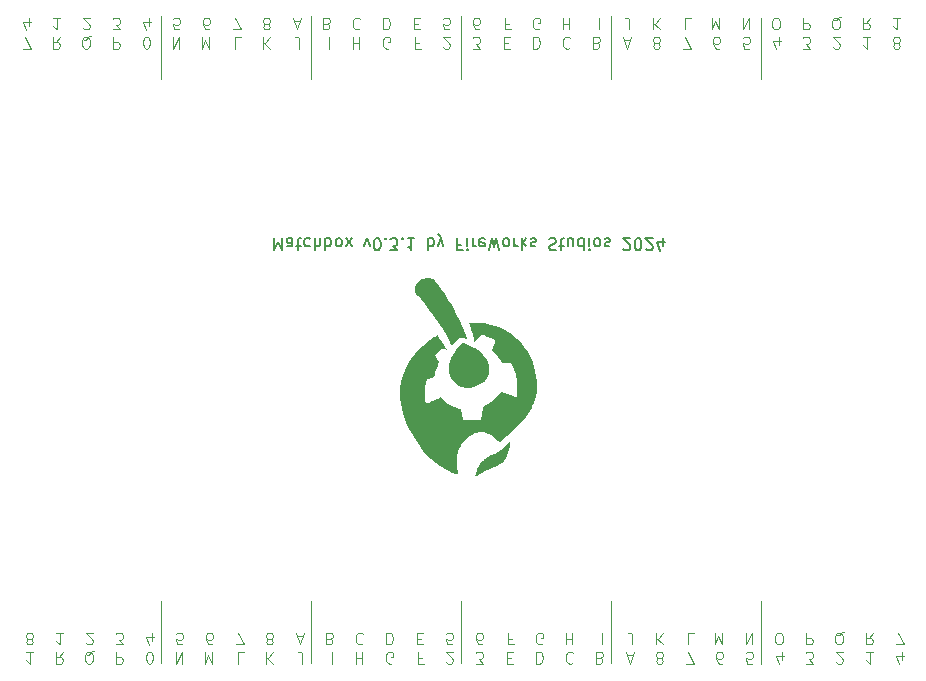
<source format=gbo>
G04 #@! TF.GenerationSoftware,KiCad,Pcbnew,8.0.1*
G04 #@! TF.CreationDate,2024-08-17T14:36:57+08:00*
G04 #@! TF.ProjectId,MatchBox v0.3,4d617463-6842-46f7-9820-76302e332e6b,rev?*
G04 #@! TF.SameCoordinates,Original*
G04 #@! TF.FileFunction,Legend,Bot*
G04 #@! TF.FilePolarity,Positive*
%FSLAX46Y46*%
G04 Gerber Fmt 4.6, Leading zero omitted, Abs format (unit mm)*
G04 Created by KiCad (PCBNEW 8.0.1) date 2024-08-17 14:36:57*
%MOMM*%
%LPD*%
G01*
G04 APERTURE LIST*
%ADD10C,0.150000*%
%ADD11C,0.100000*%
%ADD12C,0.000000*%
%ADD13C,3.200000*%
%ADD14R,1.700000X1.700000*%
%ADD15O,1.700000X1.700000*%
%ADD16C,3.700000*%
G04 APERTURE END LIST*
D10*
X103433722Y-78244292D02*
X103433722Y-79244292D01*
X103433722Y-79244292D02*
X103767055Y-78530007D01*
X103767055Y-78530007D02*
X104100388Y-79244292D01*
X104100388Y-79244292D02*
X104100388Y-78244292D01*
X105005150Y-78244292D02*
X105005150Y-78768102D01*
X105005150Y-78768102D02*
X104957531Y-78863340D01*
X104957531Y-78863340D02*
X104862293Y-78910959D01*
X104862293Y-78910959D02*
X104671817Y-78910959D01*
X104671817Y-78910959D02*
X104576579Y-78863340D01*
X105005150Y-78291912D02*
X104909912Y-78244292D01*
X104909912Y-78244292D02*
X104671817Y-78244292D01*
X104671817Y-78244292D02*
X104576579Y-78291912D01*
X104576579Y-78291912D02*
X104528960Y-78387150D01*
X104528960Y-78387150D02*
X104528960Y-78482388D01*
X104528960Y-78482388D02*
X104576579Y-78577626D01*
X104576579Y-78577626D02*
X104671817Y-78625245D01*
X104671817Y-78625245D02*
X104909912Y-78625245D01*
X104909912Y-78625245D02*
X105005150Y-78672864D01*
X105338484Y-78910959D02*
X105719436Y-78910959D01*
X105481341Y-79244292D02*
X105481341Y-78387150D01*
X105481341Y-78387150D02*
X105528960Y-78291912D01*
X105528960Y-78291912D02*
X105624198Y-78244292D01*
X105624198Y-78244292D02*
X105719436Y-78244292D01*
X106481341Y-78291912D02*
X106386103Y-78244292D01*
X106386103Y-78244292D02*
X106195627Y-78244292D01*
X106195627Y-78244292D02*
X106100389Y-78291912D01*
X106100389Y-78291912D02*
X106052770Y-78339531D01*
X106052770Y-78339531D02*
X106005151Y-78434769D01*
X106005151Y-78434769D02*
X106005151Y-78720483D01*
X106005151Y-78720483D02*
X106052770Y-78815721D01*
X106052770Y-78815721D02*
X106100389Y-78863340D01*
X106100389Y-78863340D02*
X106195627Y-78910959D01*
X106195627Y-78910959D02*
X106386103Y-78910959D01*
X106386103Y-78910959D02*
X106481341Y-78863340D01*
X106909913Y-78244292D02*
X106909913Y-79244292D01*
X107338484Y-78244292D02*
X107338484Y-78768102D01*
X107338484Y-78768102D02*
X107290865Y-78863340D01*
X107290865Y-78863340D02*
X107195627Y-78910959D01*
X107195627Y-78910959D02*
X107052770Y-78910959D01*
X107052770Y-78910959D02*
X106957532Y-78863340D01*
X106957532Y-78863340D02*
X106909913Y-78815721D01*
X107814675Y-78244292D02*
X107814675Y-79244292D01*
X107814675Y-78863340D02*
X107909913Y-78910959D01*
X107909913Y-78910959D02*
X108100389Y-78910959D01*
X108100389Y-78910959D02*
X108195627Y-78863340D01*
X108195627Y-78863340D02*
X108243246Y-78815721D01*
X108243246Y-78815721D02*
X108290865Y-78720483D01*
X108290865Y-78720483D02*
X108290865Y-78434769D01*
X108290865Y-78434769D02*
X108243246Y-78339531D01*
X108243246Y-78339531D02*
X108195627Y-78291912D01*
X108195627Y-78291912D02*
X108100389Y-78244292D01*
X108100389Y-78244292D02*
X107909913Y-78244292D01*
X107909913Y-78244292D02*
X107814675Y-78291912D01*
X108862294Y-78244292D02*
X108767056Y-78291912D01*
X108767056Y-78291912D02*
X108719437Y-78339531D01*
X108719437Y-78339531D02*
X108671818Y-78434769D01*
X108671818Y-78434769D02*
X108671818Y-78720483D01*
X108671818Y-78720483D02*
X108719437Y-78815721D01*
X108719437Y-78815721D02*
X108767056Y-78863340D01*
X108767056Y-78863340D02*
X108862294Y-78910959D01*
X108862294Y-78910959D02*
X109005151Y-78910959D01*
X109005151Y-78910959D02*
X109100389Y-78863340D01*
X109100389Y-78863340D02*
X109148008Y-78815721D01*
X109148008Y-78815721D02*
X109195627Y-78720483D01*
X109195627Y-78720483D02*
X109195627Y-78434769D01*
X109195627Y-78434769D02*
X109148008Y-78339531D01*
X109148008Y-78339531D02*
X109100389Y-78291912D01*
X109100389Y-78291912D02*
X109005151Y-78244292D01*
X109005151Y-78244292D02*
X108862294Y-78244292D01*
X109528961Y-78244292D02*
X110052770Y-78910959D01*
X109528961Y-78910959D02*
X110052770Y-78244292D01*
X111100390Y-78910959D02*
X111338485Y-78244292D01*
X111338485Y-78244292D02*
X111576580Y-78910959D01*
X112148009Y-79244292D02*
X112243247Y-79244292D01*
X112243247Y-79244292D02*
X112338485Y-79196673D01*
X112338485Y-79196673D02*
X112386104Y-79149054D01*
X112386104Y-79149054D02*
X112433723Y-79053816D01*
X112433723Y-79053816D02*
X112481342Y-78863340D01*
X112481342Y-78863340D02*
X112481342Y-78625245D01*
X112481342Y-78625245D02*
X112433723Y-78434769D01*
X112433723Y-78434769D02*
X112386104Y-78339531D01*
X112386104Y-78339531D02*
X112338485Y-78291912D01*
X112338485Y-78291912D02*
X112243247Y-78244292D01*
X112243247Y-78244292D02*
X112148009Y-78244292D01*
X112148009Y-78244292D02*
X112052771Y-78291912D01*
X112052771Y-78291912D02*
X112005152Y-78339531D01*
X112005152Y-78339531D02*
X111957533Y-78434769D01*
X111957533Y-78434769D02*
X111909914Y-78625245D01*
X111909914Y-78625245D02*
X111909914Y-78863340D01*
X111909914Y-78863340D02*
X111957533Y-79053816D01*
X111957533Y-79053816D02*
X112005152Y-79149054D01*
X112005152Y-79149054D02*
X112052771Y-79196673D01*
X112052771Y-79196673D02*
X112148009Y-79244292D01*
X112909914Y-78339531D02*
X112957533Y-78291912D01*
X112957533Y-78291912D02*
X112909914Y-78244292D01*
X112909914Y-78244292D02*
X112862295Y-78291912D01*
X112862295Y-78291912D02*
X112909914Y-78339531D01*
X112909914Y-78339531D02*
X112909914Y-78244292D01*
X113290866Y-79244292D02*
X113909913Y-79244292D01*
X113909913Y-79244292D02*
X113576580Y-78863340D01*
X113576580Y-78863340D02*
X113719437Y-78863340D01*
X113719437Y-78863340D02*
X113814675Y-78815721D01*
X113814675Y-78815721D02*
X113862294Y-78768102D01*
X113862294Y-78768102D02*
X113909913Y-78672864D01*
X113909913Y-78672864D02*
X113909913Y-78434769D01*
X113909913Y-78434769D02*
X113862294Y-78339531D01*
X113862294Y-78339531D02*
X113814675Y-78291912D01*
X113814675Y-78291912D02*
X113719437Y-78244292D01*
X113719437Y-78244292D02*
X113433723Y-78244292D01*
X113433723Y-78244292D02*
X113338485Y-78291912D01*
X113338485Y-78291912D02*
X113290866Y-78339531D01*
X114338485Y-78339531D02*
X114386104Y-78291912D01*
X114386104Y-78291912D02*
X114338485Y-78244292D01*
X114338485Y-78244292D02*
X114290866Y-78291912D01*
X114290866Y-78291912D02*
X114338485Y-78339531D01*
X114338485Y-78339531D02*
X114338485Y-78244292D01*
X115338484Y-78244292D02*
X114767056Y-78244292D01*
X115052770Y-78244292D02*
X115052770Y-79244292D01*
X115052770Y-79244292D02*
X114957532Y-79101435D01*
X114957532Y-79101435D02*
X114862294Y-79006197D01*
X114862294Y-79006197D02*
X114767056Y-78958578D01*
X116528961Y-78244292D02*
X116528961Y-79244292D01*
X116528961Y-78863340D02*
X116624199Y-78910959D01*
X116624199Y-78910959D02*
X116814675Y-78910959D01*
X116814675Y-78910959D02*
X116909913Y-78863340D01*
X116909913Y-78863340D02*
X116957532Y-78815721D01*
X116957532Y-78815721D02*
X117005151Y-78720483D01*
X117005151Y-78720483D02*
X117005151Y-78434769D01*
X117005151Y-78434769D02*
X116957532Y-78339531D01*
X116957532Y-78339531D02*
X116909913Y-78291912D01*
X116909913Y-78291912D02*
X116814675Y-78244292D01*
X116814675Y-78244292D02*
X116624199Y-78244292D01*
X116624199Y-78244292D02*
X116528961Y-78291912D01*
X117338485Y-78910959D02*
X117576580Y-78244292D01*
X117814675Y-78910959D02*
X117576580Y-78244292D01*
X117576580Y-78244292D02*
X117481342Y-78006197D01*
X117481342Y-78006197D02*
X117433723Y-77958578D01*
X117433723Y-77958578D02*
X117338485Y-77910959D01*
X119290866Y-78768102D02*
X118957533Y-78768102D01*
X118957533Y-78244292D02*
X118957533Y-79244292D01*
X118957533Y-79244292D02*
X119433723Y-79244292D01*
X119814676Y-78244292D02*
X119814676Y-78910959D01*
X119814676Y-79244292D02*
X119767057Y-79196673D01*
X119767057Y-79196673D02*
X119814676Y-79149054D01*
X119814676Y-79149054D02*
X119862295Y-79196673D01*
X119862295Y-79196673D02*
X119814676Y-79244292D01*
X119814676Y-79244292D02*
X119814676Y-79149054D01*
X120290866Y-78244292D02*
X120290866Y-78910959D01*
X120290866Y-78720483D02*
X120338485Y-78815721D01*
X120338485Y-78815721D02*
X120386104Y-78863340D01*
X120386104Y-78863340D02*
X120481342Y-78910959D01*
X120481342Y-78910959D02*
X120576580Y-78910959D01*
X121290866Y-78291912D02*
X121195628Y-78244292D01*
X121195628Y-78244292D02*
X121005152Y-78244292D01*
X121005152Y-78244292D02*
X120909914Y-78291912D01*
X120909914Y-78291912D02*
X120862295Y-78387150D01*
X120862295Y-78387150D02*
X120862295Y-78768102D01*
X120862295Y-78768102D02*
X120909914Y-78863340D01*
X120909914Y-78863340D02*
X121005152Y-78910959D01*
X121005152Y-78910959D02*
X121195628Y-78910959D01*
X121195628Y-78910959D02*
X121290866Y-78863340D01*
X121290866Y-78863340D02*
X121338485Y-78768102D01*
X121338485Y-78768102D02*
X121338485Y-78672864D01*
X121338485Y-78672864D02*
X120862295Y-78577626D01*
X121671819Y-79244292D02*
X121909914Y-78244292D01*
X121909914Y-78244292D02*
X122100390Y-78958578D01*
X122100390Y-78958578D02*
X122290866Y-78244292D01*
X122290866Y-78244292D02*
X122528962Y-79244292D01*
X123052771Y-78244292D02*
X122957533Y-78291912D01*
X122957533Y-78291912D02*
X122909914Y-78339531D01*
X122909914Y-78339531D02*
X122862295Y-78434769D01*
X122862295Y-78434769D02*
X122862295Y-78720483D01*
X122862295Y-78720483D02*
X122909914Y-78815721D01*
X122909914Y-78815721D02*
X122957533Y-78863340D01*
X122957533Y-78863340D02*
X123052771Y-78910959D01*
X123052771Y-78910959D02*
X123195628Y-78910959D01*
X123195628Y-78910959D02*
X123290866Y-78863340D01*
X123290866Y-78863340D02*
X123338485Y-78815721D01*
X123338485Y-78815721D02*
X123386104Y-78720483D01*
X123386104Y-78720483D02*
X123386104Y-78434769D01*
X123386104Y-78434769D02*
X123338485Y-78339531D01*
X123338485Y-78339531D02*
X123290866Y-78291912D01*
X123290866Y-78291912D02*
X123195628Y-78244292D01*
X123195628Y-78244292D02*
X123052771Y-78244292D01*
X123814676Y-78244292D02*
X123814676Y-78910959D01*
X123814676Y-78720483D02*
X123862295Y-78815721D01*
X123862295Y-78815721D02*
X123909914Y-78863340D01*
X123909914Y-78863340D02*
X124005152Y-78910959D01*
X124005152Y-78910959D02*
X124100390Y-78910959D01*
X124433724Y-78244292D02*
X124433724Y-79244292D01*
X124528962Y-78625245D02*
X124814676Y-78244292D01*
X124814676Y-78910959D02*
X124433724Y-78530007D01*
X125195629Y-78291912D02*
X125290867Y-78244292D01*
X125290867Y-78244292D02*
X125481343Y-78244292D01*
X125481343Y-78244292D02*
X125576581Y-78291912D01*
X125576581Y-78291912D02*
X125624200Y-78387150D01*
X125624200Y-78387150D02*
X125624200Y-78434769D01*
X125624200Y-78434769D02*
X125576581Y-78530007D01*
X125576581Y-78530007D02*
X125481343Y-78577626D01*
X125481343Y-78577626D02*
X125338486Y-78577626D01*
X125338486Y-78577626D02*
X125243248Y-78625245D01*
X125243248Y-78625245D02*
X125195629Y-78720483D01*
X125195629Y-78720483D02*
X125195629Y-78768102D01*
X125195629Y-78768102D02*
X125243248Y-78863340D01*
X125243248Y-78863340D02*
X125338486Y-78910959D01*
X125338486Y-78910959D02*
X125481343Y-78910959D01*
X125481343Y-78910959D02*
X125576581Y-78863340D01*
X126767058Y-78291912D02*
X126909915Y-78244292D01*
X126909915Y-78244292D02*
X127148010Y-78244292D01*
X127148010Y-78244292D02*
X127243248Y-78291912D01*
X127243248Y-78291912D02*
X127290867Y-78339531D01*
X127290867Y-78339531D02*
X127338486Y-78434769D01*
X127338486Y-78434769D02*
X127338486Y-78530007D01*
X127338486Y-78530007D02*
X127290867Y-78625245D01*
X127290867Y-78625245D02*
X127243248Y-78672864D01*
X127243248Y-78672864D02*
X127148010Y-78720483D01*
X127148010Y-78720483D02*
X126957534Y-78768102D01*
X126957534Y-78768102D02*
X126862296Y-78815721D01*
X126862296Y-78815721D02*
X126814677Y-78863340D01*
X126814677Y-78863340D02*
X126767058Y-78958578D01*
X126767058Y-78958578D02*
X126767058Y-79053816D01*
X126767058Y-79053816D02*
X126814677Y-79149054D01*
X126814677Y-79149054D02*
X126862296Y-79196673D01*
X126862296Y-79196673D02*
X126957534Y-79244292D01*
X126957534Y-79244292D02*
X127195629Y-79244292D01*
X127195629Y-79244292D02*
X127338486Y-79196673D01*
X127624201Y-78910959D02*
X128005153Y-78910959D01*
X127767058Y-79244292D02*
X127767058Y-78387150D01*
X127767058Y-78387150D02*
X127814677Y-78291912D01*
X127814677Y-78291912D02*
X127909915Y-78244292D01*
X127909915Y-78244292D02*
X128005153Y-78244292D01*
X128767058Y-78910959D02*
X128767058Y-78244292D01*
X128338487Y-78910959D02*
X128338487Y-78387150D01*
X128338487Y-78387150D02*
X128386106Y-78291912D01*
X128386106Y-78291912D02*
X128481344Y-78244292D01*
X128481344Y-78244292D02*
X128624201Y-78244292D01*
X128624201Y-78244292D02*
X128719439Y-78291912D01*
X128719439Y-78291912D02*
X128767058Y-78339531D01*
X129671820Y-78244292D02*
X129671820Y-79244292D01*
X129671820Y-78291912D02*
X129576582Y-78244292D01*
X129576582Y-78244292D02*
X129386106Y-78244292D01*
X129386106Y-78244292D02*
X129290868Y-78291912D01*
X129290868Y-78291912D02*
X129243249Y-78339531D01*
X129243249Y-78339531D02*
X129195630Y-78434769D01*
X129195630Y-78434769D02*
X129195630Y-78720483D01*
X129195630Y-78720483D02*
X129243249Y-78815721D01*
X129243249Y-78815721D02*
X129290868Y-78863340D01*
X129290868Y-78863340D02*
X129386106Y-78910959D01*
X129386106Y-78910959D02*
X129576582Y-78910959D01*
X129576582Y-78910959D02*
X129671820Y-78863340D01*
X130148011Y-78244292D02*
X130148011Y-78910959D01*
X130148011Y-79244292D02*
X130100392Y-79196673D01*
X130100392Y-79196673D02*
X130148011Y-79149054D01*
X130148011Y-79149054D02*
X130195630Y-79196673D01*
X130195630Y-79196673D02*
X130148011Y-79244292D01*
X130148011Y-79244292D02*
X130148011Y-79149054D01*
X130767058Y-78244292D02*
X130671820Y-78291912D01*
X130671820Y-78291912D02*
X130624201Y-78339531D01*
X130624201Y-78339531D02*
X130576582Y-78434769D01*
X130576582Y-78434769D02*
X130576582Y-78720483D01*
X130576582Y-78720483D02*
X130624201Y-78815721D01*
X130624201Y-78815721D02*
X130671820Y-78863340D01*
X130671820Y-78863340D02*
X130767058Y-78910959D01*
X130767058Y-78910959D02*
X130909915Y-78910959D01*
X130909915Y-78910959D02*
X131005153Y-78863340D01*
X131005153Y-78863340D02*
X131052772Y-78815721D01*
X131052772Y-78815721D02*
X131100391Y-78720483D01*
X131100391Y-78720483D02*
X131100391Y-78434769D01*
X131100391Y-78434769D02*
X131052772Y-78339531D01*
X131052772Y-78339531D02*
X131005153Y-78291912D01*
X131005153Y-78291912D02*
X130909915Y-78244292D01*
X130909915Y-78244292D02*
X130767058Y-78244292D01*
X131481344Y-78291912D02*
X131576582Y-78244292D01*
X131576582Y-78244292D02*
X131767058Y-78244292D01*
X131767058Y-78244292D02*
X131862296Y-78291912D01*
X131862296Y-78291912D02*
X131909915Y-78387150D01*
X131909915Y-78387150D02*
X131909915Y-78434769D01*
X131909915Y-78434769D02*
X131862296Y-78530007D01*
X131862296Y-78530007D02*
X131767058Y-78577626D01*
X131767058Y-78577626D02*
X131624201Y-78577626D01*
X131624201Y-78577626D02*
X131528963Y-78625245D01*
X131528963Y-78625245D02*
X131481344Y-78720483D01*
X131481344Y-78720483D02*
X131481344Y-78768102D01*
X131481344Y-78768102D02*
X131528963Y-78863340D01*
X131528963Y-78863340D02*
X131624201Y-78910959D01*
X131624201Y-78910959D02*
X131767058Y-78910959D01*
X131767058Y-78910959D02*
X131862296Y-78863340D01*
X133052773Y-79149054D02*
X133100392Y-79196673D01*
X133100392Y-79196673D02*
X133195630Y-79244292D01*
X133195630Y-79244292D02*
X133433725Y-79244292D01*
X133433725Y-79244292D02*
X133528963Y-79196673D01*
X133528963Y-79196673D02*
X133576582Y-79149054D01*
X133576582Y-79149054D02*
X133624201Y-79053816D01*
X133624201Y-79053816D02*
X133624201Y-78958578D01*
X133624201Y-78958578D02*
X133576582Y-78815721D01*
X133576582Y-78815721D02*
X133005154Y-78244292D01*
X133005154Y-78244292D02*
X133624201Y-78244292D01*
X134243249Y-79244292D02*
X134338487Y-79244292D01*
X134338487Y-79244292D02*
X134433725Y-79196673D01*
X134433725Y-79196673D02*
X134481344Y-79149054D01*
X134481344Y-79149054D02*
X134528963Y-79053816D01*
X134528963Y-79053816D02*
X134576582Y-78863340D01*
X134576582Y-78863340D02*
X134576582Y-78625245D01*
X134576582Y-78625245D02*
X134528963Y-78434769D01*
X134528963Y-78434769D02*
X134481344Y-78339531D01*
X134481344Y-78339531D02*
X134433725Y-78291912D01*
X134433725Y-78291912D02*
X134338487Y-78244292D01*
X134338487Y-78244292D02*
X134243249Y-78244292D01*
X134243249Y-78244292D02*
X134148011Y-78291912D01*
X134148011Y-78291912D02*
X134100392Y-78339531D01*
X134100392Y-78339531D02*
X134052773Y-78434769D01*
X134052773Y-78434769D02*
X134005154Y-78625245D01*
X134005154Y-78625245D02*
X134005154Y-78863340D01*
X134005154Y-78863340D02*
X134052773Y-79053816D01*
X134052773Y-79053816D02*
X134100392Y-79149054D01*
X134100392Y-79149054D02*
X134148011Y-79196673D01*
X134148011Y-79196673D02*
X134243249Y-79244292D01*
X134957535Y-79149054D02*
X135005154Y-79196673D01*
X135005154Y-79196673D02*
X135100392Y-79244292D01*
X135100392Y-79244292D02*
X135338487Y-79244292D01*
X135338487Y-79244292D02*
X135433725Y-79196673D01*
X135433725Y-79196673D02*
X135481344Y-79149054D01*
X135481344Y-79149054D02*
X135528963Y-79053816D01*
X135528963Y-79053816D02*
X135528963Y-78958578D01*
X135528963Y-78958578D02*
X135481344Y-78815721D01*
X135481344Y-78815721D02*
X134909916Y-78244292D01*
X134909916Y-78244292D02*
X135528963Y-78244292D01*
X136386106Y-78910959D02*
X136386106Y-78244292D01*
X136148011Y-79291912D02*
X135909916Y-78577626D01*
X135909916Y-78577626D02*
X136528963Y-78577626D01*
D11*
X93929200Y-114173000D02*
X93929200Y-108966000D01*
X119329200Y-64770000D02*
X119329200Y-59436000D01*
X93929200Y-64770000D02*
X93929200Y-59436000D01*
X119329200Y-114173000D02*
X119329200Y-108966000D01*
X144729200Y-114300000D02*
X144729200Y-108966000D01*
X106629200Y-114173000D02*
X106629200Y-108966000D01*
X132029200Y-114173000D02*
X132029200Y-108966000D01*
X144729200Y-64770000D02*
X144729200Y-59563000D01*
X106629200Y-64770000D02*
X106629200Y-59436000D01*
X132029200Y-64770000D02*
X132029200Y-59436000D01*
X156620496Y-113910191D02*
X156620496Y-113243524D01*
X156382401Y-114291144D02*
X156144306Y-113576858D01*
X156144306Y-113576858D02*
X156763353Y-113576858D01*
X156096687Y-112633580D02*
X156763353Y-112633580D01*
X156763353Y-112633580D02*
X156334782Y-111633580D01*
X117790306Y-62078286D02*
X117837925Y-62125905D01*
X117837925Y-62125905D02*
X117933163Y-62173524D01*
X117933163Y-62173524D02*
X118171258Y-62173524D01*
X118171258Y-62173524D02*
X118266496Y-62125905D01*
X118266496Y-62125905D02*
X118314115Y-62078286D01*
X118314115Y-62078286D02*
X118361734Y-61983048D01*
X118361734Y-61983048D02*
X118361734Y-61887810D01*
X118361734Y-61887810D02*
X118314115Y-61744953D01*
X118314115Y-61744953D02*
X117742687Y-61173524D01*
X117742687Y-61173524D02*
X118361734Y-61173524D01*
X118314115Y-60563580D02*
X117837925Y-60563580D01*
X117837925Y-60563580D02*
X117790306Y-60087390D01*
X117790306Y-60087390D02*
X117837925Y-60135009D01*
X117837925Y-60135009D02*
X117933163Y-60182628D01*
X117933163Y-60182628D02*
X118171258Y-60182628D01*
X118171258Y-60182628D02*
X118266496Y-60135009D01*
X118266496Y-60135009D02*
X118314115Y-60087390D01*
X118314115Y-60087390D02*
X118361734Y-59992152D01*
X118361734Y-59992152D02*
X118361734Y-59754057D01*
X118361734Y-59754057D02*
X118314115Y-59658819D01*
X118314115Y-59658819D02*
X118266496Y-59611200D01*
X118266496Y-59611200D02*
X118171258Y-59563580D01*
X118171258Y-59563580D02*
X117933163Y-59563580D01*
X117933163Y-59563580D02*
X117837925Y-59611200D01*
X117837925Y-59611200D02*
X117790306Y-59658819D01*
X138316687Y-114243524D02*
X138983353Y-114243524D01*
X138983353Y-114243524D02*
X138554782Y-113243524D01*
X139030972Y-111633580D02*
X138554782Y-111633580D01*
X138554782Y-111633580D02*
X138554782Y-112633580D01*
X135760782Y-61744953D02*
X135665544Y-61792572D01*
X135665544Y-61792572D02*
X135617925Y-61840191D01*
X135617925Y-61840191D02*
X135570306Y-61935429D01*
X135570306Y-61935429D02*
X135570306Y-61983048D01*
X135570306Y-61983048D02*
X135617925Y-62078286D01*
X135617925Y-62078286D02*
X135665544Y-62125905D01*
X135665544Y-62125905D02*
X135760782Y-62173524D01*
X135760782Y-62173524D02*
X135951258Y-62173524D01*
X135951258Y-62173524D02*
X136046496Y-62125905D01*
X136046496Y-62125905D02*
X136094115Y-62078286D01*
X136094115Y-62078286D02*
X136141734Y-61983048D01*
X136141734Y-61983048D02*
X136141734Y-61935429D01*
X136141734Y-61935429D02*
X136094115Y-61840191D01*
X136094115Y-61840191D02*
X136046496Y-61792572D01*
X136046496Y-61792572D02*
X135951258Y-61744953D01*
X135951258Y-61744953D02*
X135760782Y-61744953D01*
X135760782Y-61744953D02*
X135665544Y-61697334D01*
X135665544Y-61697334D02*
X135617925Y-61649715D01*
X135617925Y-61649715D02*
X135570306Y-61554477D01*
X135570306Y-61554477D02*
X135570306Y-61364001D01*
X135570306Y-61364001D02*
X135617925Y-61268763D01*
X135617925Y-61268763D02*
X135665544Y-61221144D01*
X135665544Y-61221144D02*
X135760782Y-61173524D01*
X135760782Y-61173524D02*
X135951258Y-61173524D01*
X135951258Y-61173524D02*
X136046496Y-61221144D01*
X136046496Y-61221144D02*
X136094115Y-61268763D01*
X136094115Y-61268763D02*
X136141734Y-61364001D01*
X136141734Y-61364001D02*
X136141734Y-61554477D01*
X136141734Y-61554477D02*
X136094115Y-61649715D01*
X136094115Y-61649715D02*
X136046496Y-61697334D01*
X136046496Y-61697334D02*
X135951258Y-61744953D01*
X135570306Y-59563580D02*
X135570306Y-60563580D01*
X136141734Y-59563580D02*
X135713163Y-60135009D01*
X136141734Y-60563580D02*
X135570306Y-59992152D01*
X125664306Y-113243524D02*
X125664306Y-114243524D01*
X125664306Y-114243524D02*
X125902401Y-114243524D01*
X125902401Y-114243524D02*
X126045258Y-114195905D01*
X126045258Y-114195905D02*
X126140496Y-114100667D01*
X126140496Y-114100667D02*
X126188115Y-114005429D01*
X126188115Y-114005429D02*
X126235734Y-113814953D01*
X126235734Y-113814953D02*
X126235734Y-113672096D01*
X126235734Y-113672096D02*
X126188115Y-113481620D01*
X126188115Y-113481620D02*
X126140496Y-113386382D01*
X126140496Y-113386382D02*
X126045258Y-113291144D01*
X126045258Y-113291144D02*
X125902401Y-113243524D01*
X125902401Y-113243524D02*
X125664306Y-113243524D01*
X126188115Y-112585961D02*
X126092877Y-112633580D01*
X126092877Y-112633580D02*
X125950020Y-112633580D01*
X125950020Y-112633580D02*
X125807163Y-112585961D01*
X125807163Y-112585961D02*
X125711925Y-112490723D01*
X125711925Y-112490723D02*
X125664306Y-112395485D01*
X125664306Y-112395485D02*
X125616687Y-112205009D01*
X125616687Y-112205009D02*
X125616687Y-112062152D01*
X125616687Y-112062152D02*
X125664306Y-111871676D01*
X125664306Y-111871676D02*
X125711925Y-111776438D01*
X125711925Y-111776438D02*
X125807163Y-111681200D01*
X125807163Y-111681200D02*
X125950020Y-111633580D01*
X125950020Y-111633580D02*
X126045258Y-111633580D01*
X126045258Y-111633580D02*
X126188115Y-111681200D01*
X126188115Y-111681200D02*
X126235734Y-111728819D01*
X126235734Y-111728819D02*
X126235734Y-112062152D01*
X126235734Y-112062152D02*
X126045258Y-112062152D01*
X143714115Y-62173524D02*
X143237925Y-62173524D01*
X143237925Y-62173524D02*
X143190306Y-61697334D01*
X143190306Y-61697334D02*
X143237925Y-61744953D01*
X143237925Y-61744953D02*
X143333163Y-61792572D01*
X143333163Y-61792572D02*
X143571258Y-61792572D01*
X143571258Y-61792572D02*
X143666496Y-61744953D01*
X143666496Y-61744953D02*
X143714115Y-61697334D01*
X143714115Y-61697334D02*
X143761734Y-61602096D01*
X143761734Y-61602096D02*
X143761734Y-61364001D01*
X143761734Y-61364001D02*
X143714115Y-61268763D01*
X143714115Y-61268763D02*
X143666496Y-61221144D01*
X143666496Y-61221144D02*
X143571258Y-61173524D01*
X143571258Y-61173524D02*
X143333163Y-61173524D01*
X143333163Y-61173524D02*
X143237925Y-61221144D01*
X143237925Y-61221144D02*
X143190306Y-61268763D01*
X143142687Y-59563580D02*
X143142687Y-60563580D01*
X143142687Y-60563580D02*
X143714115Y-59563580D01*
X143714115Y-59563580D02*
X143714115Y-60563580D01*
X128521734Y-61268763D02*
X128474115Y-61221144D01*
X128474115Y-61221144D02*
X128331258Y-61173524D01*
X128331258Y-61173524D02*
X128236020Y-61173524D01*
X128236020Y-61173524D02*
X128093163Y-61221144D01*
X128093163Y-61221144D02*
X127997925Y-61316382D01*
X127997925Y-61316382D02*
X127950306Y-61411620D01*
X127950306Y-61411620D02*
X127902687Y-61602096D01*
X127902687Y-61602096D02*
X127902687Y-61744953D01*
X127902687Y-61744953D02*
X127950306Y-61935429D01*
X127950306Y-61935429D02*
X127997925Y-62030667D01*
X127997925Y-62030667D02*
X128093163Y-62125905D01*
X128093163Y-62125905D02*
X128236020Y-62173524D01*
X128236020Y-62173524D02*
X128331258Y-62173524D01*
X128331258Y-62173524D02*
X128474115Y-62125905D01*
X128474115Y-62125905D02*
X128521734Y-62078286D01*
X127902687Y-59563580D02*
X127902687Y-60563580D01*
X127902687Y-60087390D02*
X128474115Y-60087390D01*
X128474115Y-59563580D02*
X128474115Y-60563580D01*
X95136687Y-113243524D02*
X95136687Y-114243524D01*
X95136687Y-114243524D02*
X95708115Y-113243524D01*
X95708115Y-113243524D02*
X95708115Y-114243524D01*
X95708115Y-112633580D02*
X95231925Y-112633580D01*
X95231925Y-112633580D02*
X95184306Y-112157390D01*
X95184306Y-112157390D02*
X95231925Y-112205009D01*
X95231925Y-112205009D02*
X95327163Y-112252628D01*
X95327163Y-112252628D02*
X95565258Y-112252628D01*
X95565258Y-112252628D02*
X95660496Y-112205009D01*
X95660496Y-112205009D02*
X95708115Y-112157390D01*
X95708115Y-112157390D02*
X95755734Y-112062152D01*
X95755734Y-112062152D02*
X95755734Y-111824057D01*
X95755734Y-111824057D02*
X95708115Y-111728819D01*
X95708115Y-111728819D02*
X95660496Y-111681200D01*
X95660496Y-111681200D02*
X95565258Y-111633580D01*
X95565258Y-111633580D02*
X95327163Y-111633580D01*
X95327163Y-111633580D02*
X95231925Y-111681200D01*
X95231925Y-111681200D02*
X95184306Y-111728819D01*
X90104306Y-113243524D02*
X90104306Y-114243524D01*
X90104306Y-114243524D02*
X90485258Y-114243524D01*
X90485258Y-114243524D02*
X90580496Y-114195905D01*
X90580496Y-114195905D02*
X90628115Y-114148286D01*
X90628115Y-114148286D02*
X90675734Y-114053048D01*
X90675734Y-114053048D02*
X90675734Y-113910191D01*
X90675734Y-113910191D02*
X90628115Y-113814953D01*
X90628115Y-113814953D02*
X90580496Y-113767334D01*
X90580496Y-113767334D02*
X90485258Y-113719715D01*
X90485258Y-113719715D02*
X90104306Y-113719715D01*
X90056687Y-112633580D02*
X90675734Y-112633580D01*
X90675734Y-112633580D02*
X90342401Y-112252628D01*
X90342401Y-112252628D02*
X90485258Y-112252628D01*
X90485258Y-112252628D02*
X90580496Y-112205009D01*
X90580496Y-112205009D02*
X90628115Y-112157390D01*
X90628115Y-112157390D02*
X90675734Y-112062152D01*
X90675734Y-112062152D02*
X90675734Y-111824057D01*
X90675734Y-111824057D02*
X90628115Y-111728819D01*
X90628115Y-111728819D02*
X90580496Y-111681200D01*
X90580496Y-111681200D02*
X90485258Y-111633580D01*
X90485258Y-111633580D02*
X90199544Y-111633580D01*
X90199544Y-111633580D02*
X90104306Y-111681200D01*
X90104306Y-111681200D02*
X90056687Y-111728819D01*
X85595734Y-113243524D02*
X85262401Y-113719715D01*
X85024306Y-113243524D02*
X85024306Y-114243524D01*
X85024306Y-114243524D02*
X85405258Y-114243524D01*
X85405258Y-114243524D02*
X85500496Y-114195905D01*
X85500496Y-114195905D02*
X85548115Y-114148286D01*
X85548115Y-114148286D02*
X85595734Y-114053048D01*
X85595734Y-114053048D02*
X85595734Y-113910191D01*
X85595734Y-113910191D02*
X85548115Y-113814953D01*
X85548115Y-113814953D02*
X85500496Y-113767334D01*
X85500496Y-113767334D02*
X85405258Y-113719715D01*
X85405258Y-113719715D02*
X85024306Y-113719715D01*
X85595734Y-111633580D02*
X85024306Y-111633580D01*
X85310020Y-111633580D02*
X85310020Y-112633580D01*
X85310020Y-112633580D02*
X85214782Y-112490723D01*
X85214782Y-112490723D02*
X85119544Y-112395485D01*
X85119544Y-112395485D02*
X85024306Y-112347866D01*
X153921734Y-61173524D02*
X153350306Y-61173524D01*
X153636020Y-61173524D02*
X153636020Y-62173524D01*
X153636020Y-62173524D02*
X153540782Y-62030667D01*
X153540782Y-62030667D02*
X153445544Y-61935429D01*
X153445544Y-61935429D02*
X153350306Y-61887810D01*
X153921734Y-59563580D02*
X153588401Y-60039771D01*
X153350306Y-59563580D02*
X153350306Y-60563580D01*
X153350306Y-60563580D02*
X153731258Y-60563580D01*
X153731258Y-60563580D02*
X153826496Y-60515961D01*
X153826496Y-60515961D02*
X153874115Y-60468342D01*
X153874115Y-60468342D02*
X153921734Y-60373104D01*
X153921734Y-60373104D02*
X153921734Y-60230247D01*
X153921734Y-60230247D02*
X153874115Y-60135009D01*
X153874115Y-60135009D02*
X153826496Y-60087390D01*
X153826496Y-60087390D02*
X153731258Y-60039771D01*
X153731258Y-60039771D02*
X153350306Y-60039771D01*
X118044306Y-114148286D02*
X118091925Y-114195905D01*
X118091925Y-114195905D02*
X118187163Y-114243524D01*
X118187163Y-114243524D02*
X118425258Y-114243524D01*
X118425258Y-114243524D02*
X118520496Y-114195905D01*
X118520496Y-114195905D02*
X118568115Y-114148286D01*
X118568115Y-114148286D02*
X118615734Y-114053048D01*
X118615734Y-114053048D02*
X118615734Y-113957810D01*
X118615734Y-113957810D02*
X118568115Y-113814953D01*
X118568115Y-113814953D02*
X117996687Y-113243524D01*
X117996687Y-113243524D02*
X118615734Y-113243524D01*
X118568115Y-112633580D02*
X118091925Y-112633580D01*
X118091925Y-112633580D02*
X118044306Y-112157390D01*
X118044306Y-112157390D02*
X118091925Y-112205009D01*
X118091925Y-112205009D02*
X118187163Y-112252628D01*
X118187163Y-112252628D02*
X118425258Y-112252628D01*
X118425258Y-112252628D02*
X118520496Y-112205009D01*
X118520496Y-112205009D02*
X118568115Y-112157390D01*
X118568115Y-112157390D02*
X118615734Y-112062152D01*
X118615734Y-112062152D02*
X118615734Y-111824057D01*
X118615734Y-111824057D02*
X118568115Y-111728819D01*
X118568115Y-111728819D02*
X118520496Y-111681200D01*
X118520496Y-111681200D02*
X118425258Y-111633580D01*
X118425258Y-111633580D02*
X118187163Y-111633580D01*
X118187163Y-111633580D02*
X118091925Y-111681200D01*
X118091925Y-111681200D02*
X118044306Y-111728819D01*
X87929353Y-61078286D02*
X87834115Y-61125905D01*
X87834115Y-61125905D02*
X87738877Y-61221144D01*
X87738877Y-61221144D02*
X87596020Y-61364001D01*
X87596020Y-61364001D02*
X87500782Y-61411620D01*
X87500782Y-61411620D02*
X87405544Y-61411620D01*
X87453163Y-61173524D02*
X87357925Y-61221144D01*
X87357925Y-61221144D02*
X87262687Y-61316382D01*
X87262687Y-61316382D02*
X87215068Y-61506858D01*
X87215068Y-61506858D02*
X87215068Y-61840191D01*
X87215068Y-61840191D02*
X87262687Y-62030667D01*
X87262687Y-62030667D02*
X87357925Y-62125905D01*
X87357925Y-62125905D02*
X87453163Y-62173524D01*
X87453163Y-62173524D02*
X87643639Y-62173524D01*
X87643639Y-62173524D02*
X87738877Y-62125905D01*
X87738877Y-62125905D02*
X87834115Y-62030667D01*
X87834115Y-62030667D02*
X87881734Y-61840191D01*
X87881734Y-61840191D02*
X87881734Y-61506858D01*
X87881734Y-61506858D02*
X87834115Y-61316382D01*
X87834115Y-61316382D02*
X87738877Y-61221144D01*
X87738877Y-61221144D02*
X87643639Y-61173524D01*
X87643639Y-61173524D02*
X87453163Y-61173524D01*
X87310306Y-60468342D02*
X87357925Y-60515961D01*
X87357925Y-60515961D02*
X87453163Y-60563580D01*
X87453163Y-60563580D02*
X87691258Y-60563580D01*
X87691258Y-60563580D02*
X87786496Y-60515961D01*
X87786496Y-60515961D02*
X87834115Y-60468342D01*
X87834115Y-60468342D02*
X87881734Y-60373104D01*
X87881734Y-60373104D02*
X87881734Y-60277866D01*
X87881734Y-60277866D02*
X87834115Y-60135009D01*
X87834115Y-60135009D02*
X87262687Y-59563580D01*
X87262687Y-59563580D02*
X87881734Y-59563580D01*
X89850306Y-61173524D02*
X89850306Y-62173524D01*
X89850306Y-62173524D02*
X90231258Y-62173524D01*
X90231258Y-62173524D02*
X90326496Y-62125905D01*
X90326496Y-62125905D02*
X90374115Y-62078286D01*
X90374115Y-62078286D02*
X90421734Y-61983048D01*
X90421734Y-61983048D02*
X90421734Y-61840191D01*
X90421734Y-61840191D02*
X90374115Y-61744953D01*
X90374115Y-61744953D02*
X90326496Y-61697334D01*
X90326496Y-61697334D02*
X90231258Y-61649715D01*
X90231258Y-61649715D02*
X89850306Y-61649715D01*
X89802687Y-60563580D02*
X90421734Y-60563580D01*
X90421734Y-60563580D02*
X90088401Y-60182628D01*
X90088401Y-60182628D02*
X90231258Y-60182628D01*
X90231258Y-60182628D02*
X90326496Y-60135009D01*
X90326496Y-60135009D02*
X90374115Y-60087390D01*
X90374115Y-60087390D02*
X90421734Y-59992152D01*
X90421734Y-59992152D02*
X90421734Y-59754057D01*
X90421734Y-59754057D02*
X90374115Y-59658819D01*
X90374115Y-59658819D02*
X90326496Y-59611200D01*
X90326496Y-59611200D02*
X90231258Y-59563580D01*
X90231258Y-59563580D02*
X89945544Y-59563580D01*
X89945544Y-59563580D02*
X89850306Y-59611200D01*
X89850306Y-59611200D02*
X89802687Y-59658819D01*
X110122687Y-61173524D02*
X110122687Y-62173524D01*
X110122687Y-61697334D02*
X110694115Y-61697334D01*
X110694115Y-61173524D02*
X110694115Y-62173524D01*
X110741734Y-59658819D02*
X110694115Y-59611200D01*
X110694115Y-59611200D02*
X110551258Y-59563580D01*
X110551258Y-59563580D02*
X110456020Y-59563580D01*
X110456020Y-59563580D02*
X110313163Y-59611200D01*
X110313163Y-59611200D02*
X110217925Y-59706438D01*
X110217925Y-59706438D02*
X110170306Y-59801676D01*
X110170306Y-59801676D02*
X110122687Y-59992152D01*
X110122687Y-59992152D02*
X110122687Y-60135009D01*
X110122687Y-60135009D02*
X110170306Y-60325485D01*
X110170306Y-60325485D02*
X110217925Y-60420723D01*
X110217925Y-60420723D02*
X110313163Y-60515961D01*
X110313163Y-60515961D02*
X110456020Y-60563580D01*
X110456020Y-60563580D02*
X110551258Y-60563580D01*
X110551258Y-60563580D02*
X110694115Y-60515961D01*
X110694115Y-60515961D02*
X110741734Y-60468342D01*
X105614115Y-62173524D02*
X105614115Y-61459239D01*
X105614115Y-61459239D02*
X105566496Y-61316382D01*
X105566496Y-61316382D02*
X105471258Y-61221144D01*
X105471258Y-61221144D02*
X105328401Y-61173524D01*
X105328401Y-61173524D02*
X105233163Y-61173524D01*
X105185544Y-59849295D02*
X105661734Y-59849295D01*
X105090306Y-59563580D02*
X105423639Y-60563580D01*
X105423639Y-60563580D02*
X105756972Y-59563580D01*
X100930972Y-113243524D02*
X100454782Y-113243524D01*
X100454782Y-113243524D02*
X100454782Y-114243524D01*
X100216687Y-112633580D02*
X100883353Y-112633580D01*
X100883353Y-112633580D02*
X100454782Y-111633580D01*
X131077639Y-113767334D02*
X131220496Y-113719715D01*
X131220496Y-113719715D02*
X131268115Y-113672096D01*
X131268115Y-113672096D02*
X131315734Y-113576858D01*
X131315734Y-113576858D02*
X131315734Y-113434001D01*
X131315734Y-113434001D02*
X131268115Y-113338763D01*
X131268115Y-113338763D02*
X131220496Y-113291144D01*
X131220496Y-113291144D02*
X131125258Y-113243524D01*
X131125258Y-113243524D02*
X130744306Y-113243524D01*
X130744306Y-113243524D02*
X130744306Y-114243524D01*
X130744306Y-114243524D02*
X131077639Y-114243524D01*
X131077639Y-114243524D02*
X131172877Y-114195905D01*
X131172877Y-114195905D02*
X131220496Y-114148286D01*
X131220496Y-114148286D02*
X131268115Y-114053048D01*
X131268115Y-114053048D02*
X131268115Y-113957810D01*
X131268115Y-113957810D02*
X131220496Y-113862572D01*
X131220496Y-113862572D02*
X131172877Y-113814953D01*
X131172877Y-113814953D02*
X131077639Y-113767334D01*
X131077639Y-113767334D02*
X130744306Y-113767334D01*
X131268116Y-111633580D02*
X131268116Y-112633580D01*
X120536687Y-114243524D02*
X121155734Y-114243524D01*
X121155734Y-114243524D02*
X120822401Y-113862572D01*
X120822401Y-113862572D02*
X120965258Y-113862572D01*
X120965258Y-113862572D02*
X121060496Y-113814953D01*
X121060496Y-113814953D02*
X121108115Y-113767334D01*
X121108115Y-113767334D02*
X121155734Y-113672096D01*
X121155734Y-113672096D02*
X121155734Y-113434001D01*
X121155734Y-113434001D02*
X121108115Y-113338763D01*
X121108115Y-113338763D02*
X121060496Y-113291144D01*
X121060496Y-113291144D02*
X120965258Y-113243524D01*
X120965258Y-113243524D02*
X120679544Y-113243524D01*
X120679544Y-113243524D02*
X120584306Y-113291144D01*
X120584306Y-113291144D02*
X120536687Y-113338763D01*
X121060496Y-112633580D02*
X120870020Y-112633580D01*
X120870020Y-112633580D02*
X120774782Y-112585961D01*
X120774782Y-112585961D02*
X120727163Y-112538342D01*
X120727163Y-112538342D02*
X120631925Y-112395485D01*
X120631925Y-112395485D02*
X120584306Y-112205009D01*
X120584306Y-112205009D02*
X120584306Y-111824057D01*
X120584306Y-111824057D02*
X120631925Y-111728819D01*
X120631925Y-111728819D02*
X120679544Y-111681200D01*
X120679544Y-111681200D02*
X120774782Y-111633580D01*
X120774782Y-111633580D02*
X120965258Y-111633580D01*
X120965258Y-111633580D02*
X121060496Y-111681200D01*
X121060496Y-111681200D02*
X121108115Y-111728819D01*
X121108115Y-111728819D02*
X121155734Y-111824057D01*
X121155734Y-111824057D02*
X121155734Y-112062152D01*
X121155734Y-112062152D02*
X121108115Y-112157390D01*
X121108115Y-112157390D02*
X121060496Y-112205009D01*
X121060496Y-112205009D02*
X120965258Y-112252628D01*
X120965258Y-112252628D02*
X120774782Y-112252628D01*
X120774782Y-112252628D02*
X120679544Y-112205009D01*
X120679544Y-112205009D02*
X120631925Y-112157390D01*
X120631925Y-112157390D02*
X120584306Y-112062152D01*
X123219544Y-113767334D02*
X123552877Y-113767334D01*
X123695734Y-113243524D02*
X123219544Y-113243524D01*
X123219544Y-113243524D02*
X123219544Y-114243524D01*
X123219544Y-114243524D02*
X123695734Y-114243524D01*
X123600496Y-112157390D02*
X123267163Y-112157390D01*
X123267163Y-111633580D02*
X123267163Y-112633580D01*
X123267163Y-112633580D02*
X123743353Y-112633580D01*
X136014782Y-113814953D02*
X135919544Y-113862572D01*
X135919544Y-113862572D02*
X135871925Y-113910191D01*
X135871925Y-113910191D02*
X135824306Y-114005429D01*
X135824306Y-114005429D02*
X135824306Y-114053048D01*
X135824306Y-114053048D02*
X135871925Y-114148286D01*
X135871925Y-114148286D02*
X135919544Y-114195905D01*
X135919544Y-114195905D02*
X136014782Y-114243524D01*
X136014782Y-114243524D02*
X136205258Y-114243524D01*
X136205258Y-114243524D02*
X136300496Y-114195905D01*
X136300496Y-114195905D02*
X136348115Y-114148286D01*
X136348115Y-114148286D02*
X136395734Y-114053048D01*
X136395734Y-114053048D02*
X136395734Y-114005429D01*
X136395734Y-114005429D02*
X136348115Y-113910191D01*
X136348115Y-113910191D02*
X136300496Y-113862572D01*
X136300496Y-113862572D02*
X136205258Y-113814953D01*
X136205258Y-113814953D02*
X136014782Y-113814953D01*
X136014782Y-113814953D02*
X135919544Y-113767334D01*
X135919544Y-113767334D02*
X135871925Y-113719715D01*
X135871925Y-113719715D02*
X135824306Y-113624477D01*
X135824306Y-113624477D02*
X135824306Y-113434001D01*
X135824306Y-113434001D02*
X135871925Y-113338763D01*
X135871925Y-113338763D02*
X135919544Y-113291144D01*
X135919544Y-113291144D02*
X136014782Y-113243524D01*
X136014782Y-113243524D02*
X136205258Y-113243524D01*
X136205258Y-113243524D02*
X136300496Y-113291144D01*
X136300496Y-113291144D02*
X136348115Y-113338763D01*
X136348115Y-113338763D02*
X136395734Y-113434001D01*
X136395734Y-113434001D02*
X136395734Y-113624477D01*
X136395734Y-113624477D02*
X136348115Y-113719715D01*
X136348115Y-113719715D02*
X136300496Y-113767334D01*
X136300496Y-113767334D02*
X136205258Y-113814953D01*
X135824306Y-111633580D02*
X135824306Y-112633580D01*
X136395734Y-111633580D02*
X135967163Y-112205009D01*
X136395734Y-112633580D02*
X135824306Y-112062152D01*
X130823639Y-61697334D02*
X130966496Y-61649715D01*
X130966496Y-61649715D02*
X131014115Y-61602096D01*
X131014115Y-61602096D02*
X131061734Y-61506858D01*
X131061734Y-61506858D02*
X131061734Y-61364001D01*
X131061734Y-61364001D02*
X131014115Y-61268763D01*
X131014115Y-61268763D02*
X130966496Y-61221144D01*
X130966496Y-61221144D02*
X130871258Y-61173524D01*
X130871258Y-61173524D02*
X130490306Y-61173524D01*
X130490306Y-61173524D02*
X130490306Y-62173524D01*
X130490306Y-62173524D02*
X130823639Y-62173524D01*
X130823639Y-62173524D02*
X130918877Y-62125905D01*
X130918877Y-62125905D02*
X130966496Y-62078286D01*
X130966496Y-62078286D02*
X131014115Y-61983048D01*
X131014115Y-61983048D02*
X131014115Y-61887810D01*
X131014115Y-61887810D02*
X130966496Y-61792572D01*
X130966496Y-61792572D02*
X130918877Y-61744953D01*
X130918877Y-61744953D02*
X130823639Y-61697334D01*
X130823639Y-61697334D02*
X130490306Y-61697334D01*
X131014116Y-59563580D02*
X131014116Y-60563580D01*
X122965544Y-61697334D02*
X123298877Y-61697334D01*
X123441734Y-61173524D02*
X122965544Y-61173524D01*
X122965544Y-61173524D02*
X122965544Y-62173524D01*
X122965544Y-62173524D02*
X123441734Y-62173524D01*
X123346496Y-60087390D02*
X123013163Y-60087390D01*
X123013163Y-59563580D02*
X123013163Y-60563580D01*
X123013163Y-60563580D02*
X123489353Y-60563580D01*
X146460496Y-113910191D02*
X146460496Y-113243524D01*
X146222401Y-114291144D02*
X145984306Y-113576858D01*
X145984306Y-113576858D02*
X146603353Y-113576858D01*
X146127163Y-112633580D02*
X146317639Y-112633580D01*
X146317639Y-112633580D02*
X146412877Y-112585961D01*
X146412877Y-112585961D02*
X146508115Y-112490723D01*
X146508115Y-112490723D02*
X146555734Y-112300247D01*
X146555734Y-112300247D02*
X146555734Y-111966914D01*
X146555734Y-111966914D02*
X146508115Y-111776438D01*
X146508115Y-111776438D02*
X146412877Y-111681200D01*
X146412877Y-111681200D02*
X146317639Y-111633580D01*
X146317639Y-111633580D02*
X146127163Y-111633580D01*
X146127163Y-111633580D02*
X146031925Y-111681200D01*
X146031925Y-111681200D02*
X145936687Y-111776438D01*
X145936687Y-111776438D02*
X145889068Y-111966914D01*
X145889068Y-111966914D02*
X145889068Y-112300247D01*
X145889068Y-112300247D02*
X145936687Y-112490723D01*
X145936687Y-112490723D02*
X146031925Y-112585961D01*
X146031925Y-112585961D02*
X146127163Y-112633580D01*
X133125544Y-61459239D02*
X133601734Y-61459239D01*
X133030306Y-61173524D02*
X133363639Y-62173524D01*
X133363639Y-62173524D02*
X133696972Y-61173524D01*
X133554115Y-60563580D02*
X133554115Y-59849295D01*
X133554115Y-59849295D02*
X133506496Y-59706438D01*
X133506496Y-59706438D02*
X133411258Y-59611200D01*
X133411258Y-59611200D02*
X133268401Y-59563580D01*
X133268401Y-59563580D02*
X133173163Y-59563580D01*
X143968115Y-114243524D02*
X143491925Y-114243524D01*
X143491925Y-114243524D02*
X143444306Y-113767334D01*
X143444306Y-113767334D02*
X143491925Y-113814953D01*
X143491925Y-113814953D02*
X143587163Y-113862572D01*
X143587163Y-113862572D02*
X143825258Y-113862572D01*
X143825258Y-113862572D02*
X143920496Y-113814953D01*
X143920496Y-113814953D02*
X143968115Y-113767334D01*
X143968115Y-113767334D02*
X144015734Y-113672096D01*
X144015734Y-113672096D02*
X144015734Y-113434001D01*
X144015734Y-113434001D02*
X143968115Y-113338763D01*
X143968115Y-113338763D02*
X143920496Y-113291144D01*
X143920496Y-113291144D02*
X143825258Y-113243524D01*
X143825258Y-113243524D02*
X143587163Y-113243524D01*
X143587163Y-113243524D02*
X143491925Y-113291144D01*
X143491925Y-113291144D02*
X143444306Y-113338763D01*
X143396687Y-111633580D02*
X143396687Y-112633580D01*
X143396687Y-112633580D02*
X143968115Y-111633580D01*
X143968115Y-111633580D02*
X143968115Y-112633580D01*
X141380496Y-114243524D02*
X141190020Y-114243524D01*
X141190020Y-114243524D02*
X141094782Y-114195905D01*
X141094782Y-114195905D02*
X141047163Y-114148286D01*
X141047163Y-114148286D02*
X140951925Y-114005429D01*
X140951925Y-114005429D02*
X140904306Y-113814953D01*
X140904306Y-113814953D02*
X140904306Y-113434001D01*
X140904306Y-113434001D02*
X140951925Y-113338763D01*
X140951925Y-113338763D02*
X140999544Y-113291144D01*
X140999544Y-113291144D02*
X141094782Y-113243524D01*
X141094782Y-113243524D02*
X141285258Y-113243524D01*
X141285258Y-113243524D02*
X141380496Y-113291144D01*
X141380496Y-113291144D02*
X141428115Y-113338763D01*
X141428115Y-113338763D02*
X141475734Y-113434001D01*
X141475734Y-113434001D02*
X141475734Y-113672096D01*
X141475734Y-113672096D02*
X141428115Y-113767334D01*
X141428115Y-113767334D02*
X141380496Y-113814953D01*
X141380496Y-113814953D02*
X141285258Y-113862572D01*
X141285258Y-113862572D02*
X141094782Y-113862572D01*
X141094782Y-113862572D02*
X140999544Y-113814953D01*
X140999544Y-113814953D02*
X140951925Y-113767334D01*
X140951925Y-113767334D02*
X140904306Y-113672096D01*
X140761449Y-111633580D02*
X140761449Y-112633580D01*
X140761449Y-112633580D02*
X141094782Y-111919295D01*
X141094782Y-111919295D02*
X141428115Y-112633580D01*
X141428115Y-112633580D02*
X141428115Y-111633580D01*
X113234115Y-62125905D02*
X113138877Y-62173524D01*
X113138877Y-62173524D02*
X112996020Y-62173524D01*
X112996020Y-62173524D02*
X112853163Y-62125905D01*
X112853163Y-62125905D02*
X112757925Y-62030667D01*
X112757925Y-62030667D02*
X112710306Y-61935429D01*
X112710306Y-61935429D02*
X112662687Y-61744953D01*
X112662687Y-61744953D02*
X112662687Y-61602096D01*
X112662687Y-61602096D02*
X112710306Y-61411620D01*
X112710306Y-61411620D02*
X112757925Y-61316382D01*
X112757925Y-61316382D02*
X112853163Y-61221144D01*
X112853163Y-61221144D02*
X112996020Y-61173524D01*
X112996020Y-61173524D02*
X113091258Y-61173524D01*
X113091258Y-61173524D02*
X113234115Y-61221144D01*
X113234115Y-61221144D02*
X113281734Y-61268763D01*
X113281734Y-61268763D02*
X113281734Y-61602096D01*
X113281734Y-61602096D02*
X113091258Y-61602096D01*
X112710306Y-59563580D02*
X112710306Y-60563580D01*
X112710306Y-60563580D02*
X112948401Y-60563580D01*
X112948401Y-60563580D02*
X113091258Y-60515961D01*
X113091258Y-60515961D02*
X113186496Y-60420723D01*
X113186496Y-60420723D02*
X113234115Y-60325485D01*
X113234115Y-60325485D02*
X113281734Y-60135009D01*
X113281734Y-60135009D02*
X113281734Y-59992152D01*
X113281734Y-59992152D02*
X113234115Y-59801676D01*
X113234115Y-59801676D02*
X113186496Y-59706438D01*
X113186496Y-59706438D02*
X113091258Y-59611200D01*
X113091258Y-59611200D02*
X112948401Y-59563580D01*
X112948401Y-59563580D02*
X112710306Y-59563580D01*
X115980496Y-113767334D02*
X115647163Y-113767334D01*
X115647163Y-113243524D02*
X115647163Y-114243524D01*
X115647163Y-114243524D02*
X116123353Y-114243524D01*
X115599544Y-112157390D02*
X115932877Y-112157390D01*
X116075734Y-111633580D02*
X115599544Y-111633580D01*
X115599544Y-111633580D02*
X115599544Y-112633580D01*
X115599544Y-112633580D02*
X116075734Y-112633580D01*
X110376687Y-113243524D02*
X110376687Y-114243524D01*
X110376687Y-113767334D02*
X110948115Y-113767334D01*
X110948115Y-113243524D02*
X110948115Y-114243524D01*
X110995734Y-111728819D02*
X110948115Y-111681200D01*
X110948115Y-111681200D02*
X110805258Y-111633580D01*
X110805258Y-111633580D02*
X110710020Y-111633580D01*
X110710020Y-111633580D02*
X110567163Y-111681200D01*
X110567163Y-111681200D02*
X110471925Y-111776438D01*
X110471925Y-111776438D02*
X110424306Y-111871676D01*
X110424306Y-111871676D02*
X110376687Y-112062152D01*
X110376687Y-112062152D02*
X110376687Y-112205009D01*
X110376687Y-112205009D02*
X110424306Y-112395485D01*
X110424306Y-112395485D02*
X110471925Y-112490723D01*
X110471925Y-112490723D02*
X110567163Y-112585961D01*
X110567163Y-112585961D02*
X110710020Y-112633580D01*
X110710020Y-112633580D02*
X110805258Y-112633580D01*
X110805258Y-112633580D02*
X110948115Y-112585961D01*
X110948115Y-112585961D02*
X110995734Y-112538342D01*
X105868115Y-114243524D02*
X105868115Y-113529239D01*
X105868115Y-113529239D02*
X105820496Y-113386382D01*
X105820496Y-113386382D02*
X105725258Y-113291144D01*
X105725258Y-113291144D02*
X105582401Y-113243524D01*
X105582401Y-113243524D02*
X105487163Y-113243524D01*
X105439544Y-111919295D02*
X105915734Y-111919295D01*
X105344306Y-111633580D02*
X105677639Y-112633580D01*
X105677639Y-112633580D02*
X106010972Y-111633580D01*
X154175734Y-113243524D02*
X153604306Y-113243524D01*
X153890020Y-113243524D02*
X153890020Y-114243524D01*
X153890020Y-114243524D02*
X153794782Y-114100667D01*
X153794782Y-114100667D02*
X153699544Y-114005429D01*
X153699544Y-114005429D02*
X153604306Y-113957810D01*
X154175734Y-111633580D02*
X153842401Y-112109771D01*
X153604306Y-111633580D02*
X153604306Y-112633580D01*
X153604306Y-112633580D02*
X153985258Y-112633580D01*
X153985258Y-112633580D02*
X154080496Y-112585961D01*
X154080496Y-112585961D02*
X154128115Y-112538342D01*
X154128115Y-112538342D02*
X154175734Y-112443104D01*
X154175734Y-112443104D02*
X154175734Y-112300247D01*
X154175734Y-112300247D02*
X154128115Y-112205009D01*
X154128115Y-112205009D02*
X154080496Y-112157390D01*
X154080496Y-112157390D02*
X153985258Y-112109771D01*
X153985258Y-112109771D02*
X153604306Y-112109771D01*
X148476687Y-114243524D02*
X149095734Y-114243524D01*
X149095734Y-114243524D02*
X148762401Y-113862572D01*
X148762401Y-113862572D02*
X148905258Y-113862572D01*
X148905258Y-113862572D02*
X149000496Y-113814953D01*
X149000496Y-113814953D02*
X149048115Y-113767334D01*
X149048115Y-113767334D02*
X149095734Y-113672096D01*
X149095734Y-113672096D02*
X149095734Y-113434001D01*
X149095734Y-113434001D02*
X149048115Y-113338763D01*
X149048115Y-113338763D02*
X149000496Y-113291144D01*
X149000496Y-113291144D02*
X148905258Y-113243524D01*
X148905258Y-113243524D02*
X148619544Y-113243524D01*
X148619544Y-113243524D02*
X148524306Y-113291144D01*
X148524306Y-113291144D02*
X148476687Y-113338763D01*
X148524306Y-111633580D02*
X148524306Y-112633580D01*
X148524306Y-112633580D02*
X148905258Y-112633580D01*
X148905258Y-112633580D02*
X149000496Y-112585961D01*
X149000496Y-112585961D02*
X149048115Y-112538342D01*
X149048115Y-112538342D02*
X149095734Y-112443104D01*
X149095734Y-112443104D02*
X149095734Y-112300247D01*
X149095734Y-112300247D02*
X149048115Y-112205009D01*
X149048115Y-112205009D02*
X149000496Y-112157390D01*
X149000496Y-112157390D02*
X148905258Y-112109771D01*
X148905258Y-112109771D02*
X148524306Y-112109771D01*
X82182687Y-62173524D02*
X82849353Y-62173524D01*
X82849353Y-62173524D02*
X82420782Y-61173524D01*
X82706496Y-60230247D02*
X82706496Y-59563580D01*
X82468401Y-60611200D02*
X82230306Y-59896914D01*
X82230306Y-59896914D02*
X82849353Y-59896914D01*
X148222687Y-62173524D02*
X148841734Y-62173524D01*
X148841734Y-62173524D02*
X148508401Y-61792572D01*
X148508401Y-61792572D02*
X148651258Y-61792572D01*
X148651258Y-61792572D02*
X148746496Y-61744953D01*
X148746496Y-61744953D02*
X148794115Y-61697334D01*
X148794115Y-61697334D02*
X148841734Y-61602096D01*
X148841734Y-61602096D02*
X148841734Y-61364001D01*
X148841734Y-61364001D02*
X148794115Y-61268763D01*
X148794115Y-61268763D02*
X148746496Y-61221144D01*
X148746496Y-61221144D02*
X148651258Y-61173524D01*
X148651258Y-61173524D02*
X148365544Y-61173524D01*
X148365544Y-61173524D02*
X148270306Y-61221144D01*
X148270306Y-61221144D02*
X148222687Y-61268763D01*
X148270306Y-59563580D02*
X148270306Y-60563580D01*
X148270306Y-60563580D02*
X148651258Y-60563580D01*
X148651258Y-60563580D02*
X148746496Y-60515961D01*
X148746496Y-60515961D02*
X148794115Y-60468342D01*
X148794115Y-60468342D02*
X148841734Y-60373104D01*
X148841734Y-60373104D02*
X148841734Y-60230247D01*
X148841734Y-60230247D02*
X148794115Y-60135009D01*
X148794115Y-60135009D02*
X148746496Y-60087390D01*
X148746496Y-60087390D02*
X148651258Y-60039771D01*
X148651258Y-60039771D02*
X148270306Y-60039771D01*
X128775734Y-113338763D02*
X128728115Y-113291144D01*
X128728115Y-113291144D02*
X128585258Y-113243524D01*
X128585258Y-113243524D02*
X128490020Y-113243524D01*
X128490020Y-113243524D02*
X128347163Y-113291144D01*
X128347163Y-113291144D02*
X128251925Y-113386382D01*
X128251925Y-113386382D02*
X128204306Y-113481620D01*
X128204306Y-113481620D02*
X128156687Y-113672096D01*
X128156687Y-113672096D02*
X128156687Y-113814953D01*
X128156687Y-113814953D02*
X128204306Y-114005429D01*
X128204306Y-114005429D02*
X128251925Y-114100667D01*
X128251925Y-114100667D02*
X128347163Y-114195905D01*
X128347163Y-114195905D02*
X128490020Y-114243524D01*
X128490020Y-114243524D02*
X128585258Y-114243524D01*
X128585258Y-114243524D02*
X128728115Y-114195905D01*
X128728115Y-114195905D02*
X128775734Y-114148286D01*
X128156687Y-111633580D02*
X128156687Y-112633580D01*
X128156687Y-112157390D02*
X128728115Y-112157390D01*
X128728115Y-111633580D02*
X128728115Y-112633580D01*
X113488115Y-114195905D02*
X113392877Y-114243524D01*
X113392877Y-114243524D02*
X113250020Y-114243524D01*
X113250020Y-114243524D02*
X113107163Y-114195905D01*
X113107163Y-114195905D02*
X113011925Y-114100667D01*
X113011925Y-114100667D02*
X112964306Y-114005429D01*
X112964306Y-114005429D02*
X112916687Y-113814953D01*
X112916687Y-113814953D02*
X112916687Y-113672096D01*
X112916687Y-113672096D02*
X112964306Y-113481620D01*
X112964306Y-113481620D02*
X113011925Y-113386382D01*
X113011925Y-113386382D02*
X113107163Y-113291144D01*
X113107163Y-113291144D02*
X113250020Y-113243524D01*
X113250020Y-113243524D02*
X113345258Y-113243524D01*
X113345258Y-113243524D02*
X113488115Y-113291144D01*
X113488115Y-113291144D02*
X113535734Y-113338763D01*
X113535734Y-113338763D02*
X113535734Y-113672096D01*
X113535734Y-113672096D02*
X113345258Y-113672096D01*
X112964306Y-111633580D02*
X112964306Y-112633580D01*
X112964306Y-112633580D02*
X113202401Y-112633580D01*
X113202401Y-112633580D02*
X113345258Y-112585961D01*
X113345258Y-112585961D02*
X113440496Y-112490723D01*
X113440496Y-112490723D02*
X113488115Y-112395485D01*
X113488115Y-112395485D02*
X113535734Y-112205009D01*
X113535734Y-112205009D02*
X113535734Y-112062152D01*
X113535734Y-112062152D02*
X113488115Y-111871676D01*
X113488115Y-111871676D02*
X113440496Y-111776438D01*
X113440496Y-111776438D02*
X113345258Y-111681200D01*
X113345258Y-111681200D02*
X113202401Y-111633580D01*
X113202401Y-111633580D02*
X112964306Y-111633580D01*
X102550306Y-61173524D02*
X102550306Y-62173524D01*
X103121734Y-61173524D02*
X102693163Y-61744953D01*
X103121734Y-62173524D02*
X102550306Y-61602096D01*
X102740782Y-60135009D02*
X102645544Y-60182628D01*
X102645544Y-60182628D02*
X102597925Y-60230247D01*
X102597925Y-60230247D02*
X102550306Y-60325485D01*
X102550306Y-60325485D02*
X102550306Y-60373104D01*
X102550306Y-60373104D02*
X102597925Y-60468342D01*
X102597925Y-60468342D02*
X102645544Y-60515961D01*
X102645544Y-60515961D02*
X102740782Y-60563580D01*
X102740782Y-60563580D02*
X102931258Y-60563580D01*
X102931258Y-60563580D02*
X103026496Y-60515961D01*
X103026496Y-60515961D02*
X103074115Y-60468342D01*
X103074115Y-60468342D02*
X103121734Y-60373104D01*
X103121734Y-60373104D02*
X103121734Y-60325485D01*
X103121734Y-60325485D02*
X103074115Y-60230247D01*
X103074115Y-60230247D02*
X103026496Y-60182628D01*
X103026496Y-60182628D02*
X102931258Y-60135009D01*
X102931258Y-60135009D02*
X102740782Y-60135009D01*
X102740782Y-60135009D02*
X102645544Y-60087390D01*
X102645544Y-60087390D02*
X102597925Y-60039771D01*
X102597925Y-60039771D02*
X102550306Y-59944533D01*
X102550306Y-59944533D02*
X102550306Y-59754057D01*
X102550306Y-59754057D02*
X102597925Y-59658819D01*
X102597925Y-59658819D02*
X102645544Y-59611200D01*
X102645544Y-59611200D02*
X102740782Y-59563580D01*
X102740782Y-59563580D02*
X102931258Y-59563580D01*
X102931258Y-59563580D02*
X103026496Y-59611200D01*
X103026496Y-59611200D02*
X103074115Y-59658819D01*
X103074115Y-59658819D02*
X103121734Y-59754057D01*
X103121734Y-59754057D02*
X103121734Y-59944533D01*
X103121734Y-59944533D02*
X103074115Y-60039771D01*
X103074115Y-60039771D02*
X103026496Y-60087390D01*
X103026496Y-60087390D02*
X102931258Y-60135009D01*
X97581449Y-113243524D02*
X97581449Y-114243524D01*
X97581449Y-114243524D02*
X97914782Y-113529239D01*
X97914782Y-113529239D02*
X98248115Y-114243524D01*
X98248115Y-114243524D02*
X98248115Y-113243524D01*
X98200496Y-112633580D02*
X98010020Y-112633580D01*
X98010020Y-112633580D02*
X97914782Y-112585961D01*
X97914782Y-112585961D02*
X97867163Y-112538342D01*
X97867163Y-112538342D02*
X97771925Y-112395485D01*
X97771925Y-112395485D02*
X97724306Y-112205009D01*
X97724306Y-112205009D02*
X97724306Y-111824057D01*
X97724306Y-111824057D02*
X97771925Y-111728819D01*
X97771925Y-111728819D02*
X97819544Y-111681200D01*
X97819544Y-111681200D02*
X97914782Y-111633580D01*
X97914782Y-111633580D02*
X98105258Y-111633580D01*
X98105258Y-111633580D02*
X98200496Y-111681200D01*
X98200496Y-111681200D02*
X98248115Y-111728819D01*
X98248115Y-111728819D02*
X98295734Y-111824057D01*
X98295734Y-111824057D02*
X98295734Y-112062152D01*
X98295734Y-112062152D02*
X98248115Y-112157390D01*
X98248115Y-112157390D02*
X98200496Y-112205009D01*
X98200496Y-112205009D02*
X98105258Y-112252628D01*
X98105258Y-112252628D02*
X97914782Y-112252628D01*
X97914782Y-112252628D02*
X97819544Y-112205009D01*
X97819544Y-112205009D02*
X97771925Y-112157390D01*
X97771925Y-112157390D02*
X97724306Y-112062152D01*
X156080782Y-61744953D02*
X155985544Y-61792572D01*
X155985544Y-61792572D02*
X155937925Y-61840191D01*
X155937925Y-61840191D02*
X155890306Y-61935429D01*
X155890306Y-61935429D02*
X155890306Y-61983048D01*
X155890306Y-61983048D02*
X155937925Y-62078286D01*
X155937925Y-62078286D02*
X155985544Y-62125905D01*
X155985544Y-62125905D02*
X156080782Y-62173524D01*
X156080782Y-62173524D02*
X156271258Y-62173524D01*
X156271258Y-62173524D02*
X156366496Y-62125905D01*
X156366496Y-62125905D02*
X156414115Y-62078286D01*
X156414115Y-62078286D02*
X156461734Y-61983048D01*
X156461734Y-61983048D02*
X156461734Y-61935429D01*
X156461734Y-61935429D02*
X156414115Y-61840191D01*
X156414115Y-61840191D02*
X156366496Y-61792572D01*
X156366496Y-61792572D02*
X156271258Y-61744953D01*
X156271258Y-61744953D02*
X156080782Y-61744953D01*
X156080782Y-61744953D02*
X155985544Y-61697334D01*
X155985544Y-61697334D02*
X155937925Y-61649715D01*
X155937925Y-61649715D02*
X155890306Y-61554477D01*
X155890306Y-61554477D02*
X155890306Y-61364001D01*
X155890306Y-61364001D02*
X155937925Y-61268763D01*
X155937925Y-61268763D02*
X155985544Y-61221144D01*
X155985544Y-61221144D02*
X156080782Y-61173524D01*
X156080782Y-61173524D02*
X156271258Y-61173524D01*
X156271258Y-61173524D02*
X156366496Y-61221144D01*
X156366496Y-61221144D02*
X156414115Y-61268763D01*
X156414115Y-61268763D02*
X156461734Y-61364001D01*
X156461734Y-61364001D02*
X156461734Y-61554477D01*
X156461734Y-61554477D02*
X156414115Y-61649715D01*
X156414115Y-61649715D02*
X156366496Y-61697334D01*
X156366496Y-61697334D02*
X156271258Y-61744953D01*
X156461734Y-59563580D02*
X155890306Y-59563580D01*
X156176020Y-59563580D02*
X156176020Y-60563580D01*
X156176020Y-60563580D02*
X156080782Y-60420723D01*
X156080782Y-60420723D02*
X155985544Y-60325485D01*
X155985544Y-60325485D02*
X155890306Y-60277866D01*
X151064306Y-114148286D02*
X151111925Y-114195905D01*
X151111925Y-114195905D02*
X151207163Y-114243524D01*
X151207163Y-114243524D02*
X151445258Y-114243524D01*
X151445258Y-114243524D02*
X151540496Y-114195905D01*
X151540496Y-114195905D02*
X151588115Y-114148286D01*
X151588115Y-114148286D02*
X151635734Y-114053048D01*
X151635734Y-114053048D02*
X151635734Y-113957810D01*
X151635734Y-113957810D02*
X151588115Y-113814953D01*
X151588115Y-113814953D02*
X151016687Y-113243524D01*
X151016687Y-113243524D02*
X151635734Y-113243524D01*
X151683353Y-111538342D02*
X151588115Y-111585961D01*
X151588115Y-111585961D02*
X151492877Y-111681200D01*
X151492877Y-111681200D02*
X151350020Y-111824057D01*
X151350020Y-111824057D02*
X151254782Y-111871676D01*
X151254782Y-111871676D02*
X151159544Y-111871676D01*
X151207163Y-111633580D02*
X151111925Y-111681200D01*
X151111925Y-111681200D02*
X151016687Y-111776438D01*
X151016687Y-111776438D02*
X150969068Y-111966914D01*
X150969068Y-111966914D02*
X150969068Y-112300247D01*
X150969068Y-112300247D02*
X151016687Y-112490723D01*
X151016687Y-112490723D02*
X151111925Y-112585961D01*
X151111925Y-112585961D02*
X151207163Y-112633580D01*
X151207163Y-112633580D02*
X151397639Y-112633580D01*
X151397639Y-112633580D02*
X151492877Y-112585961D01*
X151492877Y-112585961D02*
X151588115Y-112490723D01*
X151588115Y-112490723D02*
X151635734Y-112300247D01*
X151635734Y-112300247D02*
X151635734Y-111966914D01*
X151635734Y-111966914D02*
X151588115Y-111776438D01*
X151588115Y-111776438D02*
X151492877Y-111681200D01*
X151492877Y-111681200D02*
X151397639Y-111633580D01*
X151397639Y-111633580D02*
X151207163Y-111633580D01*
X150810306Y-62078286D02*
X150857925Y-62125905D01*
X150857925Y-62125905D02*
X150953163Y-62173524D01*
X150953163Y-62173524D02*
X151191258Y-62173524D01*
X151191258Y-62173524D02*
X151286496Y-62125905D01*
X151286496Y-62125905D02*
X151334115Y-62078286D01*
X151334115Y-62078286D02*
X151381734Y-61983048D01*
X151381734Y-61983048D02*
X151381734Y-61887810D01*
X151381734Y-61887810D02*
X151334115Y-61744953D01*
X151334115Y-61744953D02*
X150762687Y-61173524D01*
X150762687Y-61173524D02*
X151381734Y-61173524D01*
X151429353Y-59468342D02*
X151334115Y-59515961D01*
X151334115Y-59515961D02*
X151238877Y-59611200D01*
X151238877Y-59611200D02*
X151096020Y-59754057D01*
X151096020Y-59754057D02*
X151000782Y-59801676D01*
X151000782Y-59801676D02*
X150905544Y-59801676D01*
X150953163Y-59563580D02*
X150857925Y-59611200D01*
X150857925Y-59611200D02*
X150762687Y-59706438D01*
X150762687Y-59706438D02*
X150715068Y-59896914D01*
X150715068Y-59896914D02*
X150715068Y-60230247D01*
X150715068Y-60230247D02*
X150762687Y-60420723D01*
X150762687Y-60420723D02*
X150857925Y-60515961D01*
X150857925Y-60515961D02*
X150953163Y-60563580D01*
X150953163Y-60563580D02*
X151143639Y-60563580D01*
X151143639Y-60563580D02*
X151238877Y-60515961D01*
X151238877Y-60515961D02*
X151334115Y-60420723D01*
X151334115Y-60420723D02*
X151381734Y-60230247D01*
X151381734Y-60230247D02*
X151381734Y-59896914D01*
X151381734Y-59896914D02*
X151334115Y-59706438D01*
X151334115Y-59706438D02*
X151238877Y-59611200D01*
X151238877Y-59611200D02*
X151143639Y-59563580D01*
X151143639Y-59563580D02*
X150953163Y-59563580D01*
X120282687Y-62173524D02*
X120901734Y-62173524D01*
X120901734Y-62173524D02*
X120568401Y-61792572D01*
X120568401Y-61792572D02*
X120711258Y-61792572D01*
X120711258Y-61792572D02*
X120806496Y-61744953D01*
X120806496Y-61744953D02*
X120854115Y-61697334D01*
X120854115Y-61697334D02*
X120901734Y-61602096D01*
X120901734Y-61602096D02*
X120901734Y-61364001D01*
X120901734Y-61364001D02*
X120854115Y-61268763D01*
X120854115Y-61268763D02*
X120806496Y-61221144D01*
X120806496Y-61221144D02*
X120711258Y-61173524D01*
X120711258Y-61173524D02*
X120425544Y-61173524D01*
X120425544Y-61173524D02*
X120330306Y-61221144D01*
X120330306Y-61221144D02*
X120282687Y-61268763D01*
X120806496Y-60563580D02*
X120616020Y-60563580D01*
X120616020Y-60563580D02*
X120520782Y-60515961D01*
X120520782Y-60515961D02*
X120473163Y-60468342D01*
X120473163Y-60468342D02*
X120377925Y-60325485D01*
X120377925Y-60325485D02*
X120330306Y-60135009D01*
X120330306Y-60135009D02*
X120330306Y-59754057D01*
X120330306Y-59754057D02*
X120377925Y-59658819D01*
X120377925Y-59658819D02*
X120425544Y-59611200D01*
X120425544Y-59611200D02*
X120520782Y-59563580D01*
X120520782Y-59563580D02*
X120711258Y-59563580D01*
X120711258Y-59563580D02*
X120806496Y-59611200D01*
X120806496Y-59611200D02*
X120854115Y-59658819D01*
X120854115Y-59658819D02*
X120901734Y-59754057D01*
X120901734Y-59754057D02*
X120901734Y-59992152D01*
X120901734Y-59992152D02*
X120854115Y-60087390D01*
X120854115Y-60087390D02*
X120806496Y-60135009D01*
X120806496Y-60135009D02*
X120711258Y-60182628D01*
X120711258Y-60182628D02*
X120520782Y-60182628D01*
X120520782Y-60182628D02*
X120425544Y-60135009D01*
X120425544Y-60135009D02*
X120377925Y-60087390D01*
X120377925Y-60087390D02*
X120330306Y-59992152D01*
X108154116Y-61173524D02*
X108154116Y-62173524D01*
X107963639Y-60087390D02*
X108106496Y-60039771D01*
X108106496Y-60039771D02*
X108154115Y-59992152D01*
X108154115Y-59992152D02*
X108201734Y-59896914D01*
X108201734Y-59896914D02*
X108201734Y-59754057D01*
X108201734Y-59754057D02*
X108154115Y-59658819D01*
X108154115Y-59658819D02*
X108106496Y-59611200D01*
X108106496Y-59611200D02*
X108011258Y-59563580D01*
X108011258Y-59563580D02*
X107630306Y-59563580D01*
X107630306Y-59563580D02*
X107630306Y-60563580D01*
X107630306Y-60563580D02*
X107963639Y-60563580D01*
X107963639Y-60563580D02*
X108058877Y-60515961D01*
X108058877Y-60515961D02*
X108106496Y-60468342D01*
X108106496Y-60468342D02*
X108154115Y-60373104D01*
X108154115Y-60373104D02*
X108154115Y-60277866D01*
X108154115Y-60277866D02*
X108106496Y-60182628D01*
X108106496Y-60182628D02*
X108058877Y-60135009D01*
X108058877Y-60135009D02*
X107963639Y-60087390D01*
X107963639Y-60087390D02*
X107630306Y-60087390D01*
X146206496Y-61840191D02*
X146206496Y-61173524D01*
X145968401Y-62221144D02*
X145730306Y-61506858D01*
X145730306Y-61506858D02*
X146349353Y-61506858D01*
X145873163Y-60563580D02*
X146063639Y-60563580D01*
X146063639Y-60563580D02*
X146158877Y-60515961D01*
X146158877Y-60515961D02*
X146254115Y-60420723D01*
X146254115Y-60420723D02*
X146301734Y-60230247D01*
X146301734Y-60230247D02*
X146301734Y-59896914D01*
X146301734Y-59896914D02*
X146254115Y-59706438D01*
X146254115Y-59706438D02*
X146158877Y-59611200D01*
X146158877Y-59611200D02*
X146063639Y-59563580D01*
X146063639Y-59563580D02*
X145873163Y-59563580D01*
X145873163Y-59563580D02*
X145777925Y-59611200D01*
X145777925Y-59611200D02*
X145682687Y-59706438D01*
X145682687Y-59706438D02*
X145635068Y-59896914D01*
X145635068Y-59896914D02*
X145635068Y-60230247D01*
X145635068Y-60230247D02*
X145682687Y-60420723D01*
X145682687Y-60420723D02*
X145777925Y-60515961D01*
X145777925Y-60515961D02*
X145873163Y-60563580D01*
X102804306Y-113243524D02*
X102804306Y-114243524D01*
X103375734Y-113243524D02*
X102947163Y-113814953D01*
X103375734Y-114243524D02*
X102804306Y-113672096D01*
X102994782Y-112205009D02*
X102899544Y-112252628D01*
X102899544Y-112252628D02*
X102851925Y-112300247D01*
X102851925Y-112300247D02*
X102804306Y-112395485D01*
X102804306Y-112395485D02*
X102804306Y-112443104D01*
X102804306Y-112443104D02*
X102851925Y-112538342D01*
X102851925Y-112538342D02*
X102899544Y-112585961D01*
X102899544Y-112585961D02*
X102994782Y-112633580D01*
X102994782Y-112633580D02*
X103185258Y-112633580D01*
X103185258Y-112633580D02*
X103280496Y-112585961D01*
X103280496Y-112585961D02*
X103328115Y-112538342D01*
X103328115Y-112538342D02*
X103375734Y-112443104D01*
X103375734Y-112443104D02*
X103375734Y-112395485D01*
X103375734Y-112395485D02*
X103328115Y-112300247D01*
X103328115Y-112300247D02*
X103280496Y-112252628D01*
X103280496Y-112252628D02*
X103185258Y-112205009D01*
X103185258Y-112205009D02*
X102994782Y-112205009D01*
X102994782Y-112205009D02*
X102899544Y-112157390D01*
X102899544Y-112157390D02*
X102851925Y-112109771D01*
X102851925Y-112109771D02*
X102804306Y-112014533D01*
X102804306Y-112014533D02*
X102804306Y-111824057D01*
X102804306Y-111824057D02*
X102851925Y-111728819D01*
X102851925Y-111728819D02*
X102899544Y-111681200D01*
X102899544Y-111681200D02*
X102994782Y-111633580D01*
X102994782Y-111633580D02*
X103185258Y-111633580D01*
X103185258Y-111633580D02*
X103280496Y-111681200D01*
X103280496Y-111681200D02*
X103328115Y-111728819D01*
X103328115Y-111728819D02*
X103375734Y-111824057D01*
X103375734Y-111824057D02*
X103375734Y-112014533D01*
X103375734Y-112014533D02*
X103328115Y-112109771D01*
X103328115Y-112109771D02*
X103280496Y-112157390D01*
X103280496Y-112157390D02*
X103185258Y-112205009D01*
X108408116Y-113243524D02*
X108408116Y-114243524D01*
X108217639Y-112157390D02*
X108360496Y-112109771D01*
X108360496Y-112109771D02*
X108408115Y-112062152D01*
X108408115Y-112062152D02*
X108455734Y-111966914D01*
X108455734Y-111966914D02*
X108455734Y-111824057D01*
X108455734Y-111824057D02*
X108408115Y-111728819D01*
X108408115Y-111728819D02*
X108360496Y-111681200D01*
X108360496Y-111681200D02*
X108265258Y-111633580D01*
X108265258Y-111633580D02*
X107884306Y-111633580D01*
X107884306Y-111633580D02*
X107884306Y-112633580D01*
X107884306Y-112633580D02*
X108217639Y-112633580D01*
X108217639Y-112633580D02*
X108312877Y-112585961D01*
X108312877Y-112585961D02*
X108360496Y-112538342D01*
X108360496Y-112538342D02*
X108408115Y-112443104D01*
X108408115Y-112443104D02*
X108408115Y-112347866D01*
X108408115Y-112347866D02*
X108360496Y-112252628D01*
X108360496Y-112252628D02*
X108312877Y-112205009D01*
X108312877Y-112205009D02*
X108217639Y-112157390D01*
X108217639Y-112157390D02*
X107884306Y-112157390D01*
X97327449Y-61173524D02*
X97327449Y-62173524D01*
X97327449Y-62173524D02*
X97660782Y-61459239D01*
X97660782Y-61459239D02*
X97994115Y-62173524D01*
X97994115Y-62173524D02*
X97994115Y-61173524D01*
X97946496Y-60563580D02*
X97756020Y-60563580D01*
X97756020Y-60563580D02*
X97660782Y-60515961D01*
X97660782Y-60515961D02*
X97613163Y-60468342D01*
X97613163Y-60468342D02*
X97517925Y-60325485D01*
X97517925Y-60325485D02*
X97470306Y-60135009D01*
X97470306Y-60135009D02*
X97470306Y-59754057D01*
X97470306Y-59754057D02*
X97517925Y-59658819D01*
X97517925Y-59658819D02*
X97565544Y-59611200D01*
X97565544Y-59611200D02*
X97660782Y-59563580D01*
X97660782Y-59563580D02*
X97851258Y-59563580D01*
X97851258Y-59563580D02*
X97946496Y-59611200D01*
X97946496Y-59611200D02*
X97994115Y-59658819D01*
X97994115Y-59658819D02*
X98041734Y-59754057D01*
X98041734Y-59754057D02*
X98041734Y-59992152D01*
X98041734Y-59992152D02*
X97994115Y-60087390D01*
X97994115Y-60087390D02*
X97946496Y-60135009D01*
X97946496Y-60135009D02*
X97851258Y-60182628D01*
X97851258Y-60182628D02*
X97660782Y-60182628D01*
X97660782Y-60182628D02*
X97565544Y-60135009D01*
X97565544Y-60135009D02*
X97517925Y-60087390D01*
X97517925Y-60087390D02*
X97470306Y-59992152D01*
X88183353Y-113148286D02*
X88088115Y-113195905D01*
X88088115Y-113195905D02*
X87992877Y-113291144D01*
X87992877Y-113291144D02*
X87850020Y-113434001D01*
X87850020Y-113434001D02*
X87754782Y-113481620D01*
X87754782Y-113481620D02*
X87659544Y-113481620D01*
X87707163Y-113243524D02*
X87611925Y-113291144D01*
X87611925Y-113291144D02*
X87516687Y-113386382D01*
X87516687Y-113386382D02*
X87469068Y-113576858D01*
X87469068Y-113576858D02*
X87469068Y-113910191D01*
X87469068Y-113910191D02*
X87516687Y-114100667D01*
X87516687Y-114100667D02*
X87611925Y-114195905D01*
X87611925Y-114195905D02*
X87707163Y-114243524D01*
X87707163Y-114243524D02*
X87897639Y-114243524D01*
X87897639Y-114243524D02*
X87992877Y-114195905D01*
X87992877Y-114195905D02*
X88088115Y-114100667D01*
X88088115Y-114100667D02*
X88135734Y-113910191D01*
X88135734Y-113910191D02*
X88135734Y-113576858D01*
X88135734Y-113576858D02*
X88088115Y-113386382D01*
X88088115Y-113386382D02*
X87992877Y-113291144D01*
X87992877Y-113291144D02*
X87897639Y-113243524D01*
X87897639Y-113243524D02*
X87707163Y-113243524D01*
X87564306Y-112538342D02*
X87611925Y-112585961D01*
X87611925Y-112585961D02*
X87707163Y-112633580D01*
X87707163Y-112633580D02*
X87945258Y-112633580D01*
X87945258Y-112633580D02*
X88040496Y-112585961D01*
X88040496Y-112585961D02*
X88088115Y-112538342D01*
X88088115Y-112538342D02*
X88135734Y-112443104D01*
X88135734Y-112443104D02*
X88135734Y-112347866D01*
X88135734Y-112347866D02*
X88088115Y-112205009D01*
X88088115Y-112205009D02*
X87516687Y-111633580D01*
X87516687Y-111633580D02*
X88135734Y-111633580D01*
X100676972Y-61173524D02*
X100200782Y-61173524D01*
X100200782Y-61173524D02*
X100200782Y-62173524D01*
X99962687Y-60563580D02*
X100629353Y-60563580D01*
X100629353Y-60563580D02*
X100200782Y-59563580D01*
X141126496Y-62173524D02*
X140936020Y-62173524D01*
X140936020Y-62173524D02*
X140840782Y-62125905D01*
X140840782Y-62125905D02*
X140793163Y-62078286D01*
X140793163Y-62078286D02*
X140697925Y-61935429D01*
X140697925Y-61935429D02*
X140650306Y-61744953D01*
X140650306Y-61744953D02*
X140650306Y-61364001D01*
X140650306Y-61364001D02*
X140697925Y-61268763D01*
X140697925Y-61268763D02*
X140745544Y-61221144D01*
X140745544Y-61221144D02*
X140840782Y-61173524D01*
X140840782Y-61173524D02*
X141031258Y-61173524D01*
X141031258Y-61173524D02*
X141126496Y-61221144D01*
X141126496Y-61221144D02*
X141174115Y-61268763D01*
X141174115Y-61268763D02*
X141221734Y-61364001D01*
X141221734Y-61364001D02*
X141221734Y-61602096D01*
X141221734Y-61602096D02*
X141174115Y-61697334D01*
X141174115Y-61697334D02*
X141126496Y-61744953D01*
X141126496Y-61744953D02*
X141031258Y-61792572D01*
X141031258Y-61792572D02*
X140840782Y-61792572D01*
X140840782Y-61792572D02*
X140745544Y-61744953D01*
X140745544Y-61744953D02*
X140697925Y-61697334D01*
X140697925Y-61697334D02*
X140650306Y-61602096D01*
X140507449Y-59563580D02*
X140507449Y-60563580D01*
X140507449Y-60563580D02*
X140840782Y-59849295D01*
X140840782Y-59849295D02*
X141174115Y-60563580D01*
X141174115Y-60563580D02*
X141174115Y-59563580D01*
X115726496Y-61697334D02*
X115393163Y-61697334D01*
X115393163Y-61173524D02*
X115393163Y-62173524D01*
X115393163Y-62173524D02*
X115869353Y-62173524D01*
X115345544Y-60087390D02*
X115678877Y-60087390D01*
X115821734Y-59563580D02*
X115345544Y-59563580D01*
X115345544Y-59563580D02*
X115345544Y-60563580D01*
X115345544Y-60563580D02*
X115821734Y-60563580D01*
X138062687Y-62173524D02*
X138729353Y-62173524D01*
X138729353Y-62173524D02*
X138300782Y-61173524D01*
X138776972Y-59563580D02*
X138300782Y-59563580D01*
X138300782Y-59563580D02*
X138300782Y-60563580D01*
X92882401Y-114243524D02*
X92977639Y-114243524D01*
X92977639Y-114243524D02*
X93072877Y-114195905D01*
X93072877Y-114195905D02*
X93120496Y-114148286D01*
X93120496Y-114148286D02*
X93168115Y-114053048D01*
X93168115Y-114053048D02*
X93215734Y-113862572D01*
X93215734Y-113862572D02*
X93215734Y-113624477D01*
X93215734Y-113624477D02*
X93168115Y-113434001D01*
X93168115Y-113434001D02*
X93120496Y-113338763D01*
X93120496Y-113338763D02*
X93072877Y-113291144D01*
X93072877Y-113291144D02*
X92977639Y-113243524D01*
X92977639Y-113243524D02*
X92882401Y-113243524D01*
X92882401Y-113243524D02*
X92787163Y-113291144D01*
X92787163Y-113291144D02*
X92739544Y-113338763D01*
X92739544Y-113338763D02*
X92691925Y-113434001D01*
X92691925Y-113434001D02*
X92644306Y-113624477D01*
X92644306Y-113624477D02*
X92644306Y-113862572D01*
X92644306Y-113862572D02*
X92691925Y-114053048D01*
X92691925Y-114053048D02*
X92739544Y-114148286D01*
X92739544Y-114148286D02*
X92787163Y-114195905D01*
X92787163Y-114195905D02*
X92882401Y-114243524D01*
X93120496Y-112300247D02*
X93120496Y-111633580D01*
X92882401Y-112681200D02*
X92644306Y-111966914D01*
X92644306Y-111966914D02*
X93263353Y-111966914D01*
X94882687Y-61173524D02*
X94882687Y-62173524D01*
X94882687Y-62173524D02*
X95454115Y-61173524D01*
X95454115Y-61173524D02*
X95454115Y-62173524D01*
X95454115Y-60563580D02*
X94977925Y-60563580D01*
X94977925Y-60563580D02*
X94930306Y-60087390D01*
X94930306Y-60087390D02*
X94977925Y-60135009D01*
X94977925Y-60135009D02*
X95073163Y-60182628D01*
X95073163Y-60182628D02*
X95311258Y-60182628D01*
X95311258Y-60182628D02*
X95406496Y-60135009D01*
X95406496Y-60135009D02*
X95454115Y-60087390D01*
X95454115Y-60087390D02*
X95501734Y-59992152D01*
X95501734Y-59992152D02*
X95501734Y-59754057D01*
X95501734Y-59754057D02*
X95454115Y-59658819D01*
X95454115Y-59658819D02*
X95406496Y-59611200D01*
X95406496Y-59611200D02*
X95311258Y-59563580D01*
X95311258Y-59563580D02*
X95073163Y-59563580D01*
X95073163Y-59563580D02*
X94977925Y-59611200D01*
X94977925Y-59611200D02*
X94930306Y-59658819D01*
X133379544Y-113529239D02*
X133855734Y-113529239D01*
X133284306Y-113243524D02*
X133617639Y-114243524D01*
X133617639Y-114243524D02*
X133950972Y-113243524D01*
X133808115Y-112633580D02*
X133808115Y-111919295D01*
X133808115Y-111919295D02*
X133760496Y-111776438D01*
X133760496Y-111776438D02*
X133665258Y-111681200D01*
X133665258Y-111681200D02*
X133522401Y-111633580D01*
X133522401Y-111633580D02*
X133427163Y-111633580D01*
X85341734Y-61173524D02*
X85008401Y-61649715D01*
X84770306Y-61173524D02*
X84770306Y-62173524D01*
X84770306Y-62173524D02*
X85151258Y-62173524D01*
X85151258Y-62173524D02*
X85246496Y-62125905D01*
X85246496Y-62125905D02*
X85294115Y-62078286D01*
X85294115Y-62078286D02*
X85341734Y-61983048D01*
X85341734Y-61983048D02*
X85341734Y-61840191D01*
X85341734Y-61840191D02*
X85294115Y-61744953D01*
X85294115Y-61744953D02*
X85246496Y-61697334D01*
X85246496Y-61697334D02*
X85151258Y-61649715D01*
X85151258Y-61649715D02*
X84770306Y-61649715D01*
X85341734Y-59563580D02*
X84770306Y-59563580D01*
X85056020Y-59563580D02*
X85056020Y-60563580D01*
X85056020Y-60563580D02*
X84960782Y-60420723D01*
X84960782Y-60420723D02*
X84865544Y-60325485D01*
X84865544Y-60325485D02*
X84770306Y-60277866D01*
X92628401Y-62173524D02*
X92723639Y-62173524D01*
X92723639Y-62173524D02*
X92818877Y-62125905D01*
X92818877Y-62125905D02*
X92866496Y-62078286D01*
X92866496Y-62078286D02*
X92914115Y-61983048D01*
X92914115Y-61983048D02*
X92961734Y-61792572D01*
X92961734Y-61792572D02*
X92961734Y-61554477D01*
X92961734Y-61554477D02*
X92914115Y-61364001D01*
X92914115Y-61364001D02*
X92866496Y-61268763D01*
X92866496Y-61268763D02*
X92818877Y-61221144D01*
X92818877Y-61221144D02*
X92723639Y-61173524D01*
X92723639Y-61173524D02*
X92628401Y-61173524D01*
X92628401Y-61173524D02*
X92533163Y-61221144D01*
X92533163Y-61221144D02*
X92485544Y-61268763D01*
X92485544Y-61268763D02*
X92437925Y-61364001D01*
X92437925Y-61364001D02*
X92390306Y-61554477D01*
X92390306Y-61554477D02*
X92390306Y-61792572D01*
X92390306Y-61792572D02*
X92437925Y-61983048D01*
X92437925Y-61983048D02*
X92485544Y-62078286D01*
X92485544Y-62078286D02*
X92533163Y-62125905D01*
X92533163Y-62125905D02*
X92628401Y-62173524D01*
X92866496Y-60230247D02*
X92866496Y-59563580D01*
X92628401Y-60611200D02*
X92390306Y-59896914D01*
X92390306Y-59896914D02*
X93009353Y-59896914D01*
X83055734Y-113243524D02*
X82484306Y-113243524D01*
X82770020Y-113243524D02*
X82770020Y-114243524D01*
X82770020Y-114243524D02*
X82674782Y-114100667D01*
X82674782Y-114100667D02*
X82579544Y-114005429D01*
X82579544Y-114005429D02*
X82484306Y-113957810D01*
X82674782Y-112205009D02*
X82579544Y-112252628D01*
X82579544Y-112252628D02*
X82531925Y-112300247D01*
X82531925Y-112300247D02*
X82484306Y-112395485D01*
X82484306Y-112395485D02*
X82484306Y-112443104D01*
X82484306Y-112443104D02*
X82531925Y-112538342D01*
X82531925Y-112538342D02*
X82579544Y-112585961D01*
X82579544Y-112585961D02*
X82674782Y-112633580D01*
X82674782Y-112633580D02*
X82865258Y-112633580D01*
X82865258Y-112633580D02*
X82960496Y-112585961D01*
X82960496Y-112585961D02*
X83008115Y-112538342D01*
X83008115Y-112538342D02*
X83055734Y-112443104D01*
X83055734Y-112443104D02*
X83055734Y-112395485D01*
X83055734Y-112395485D02*
X83008115Y-112300247D01*
X83008115Y-112300247D02*
X82960496Y-112252628D01*
X82960496Y-112252628D02*
X82865258Y-112205009D01*
X82865258Y-112205009D02*
X82674782Y-112205009D01*
X82674782Y-112205009D02*
X82579544Y-112157390D01*
X82579544Y-112157390D02*
X82531925Y-112109771D01*
X82531925Y-112109771D02*
X82484306Y-112014533D01*
X82484306Y-112014533D02*
X82484306Y-111824057D01*
X82484306Y-111824057D02*
X82531925Y-111728819D01*
X82531925Y-111728819D02*
X82579544Y-111681200D01*
X82579544Y-111681200D02*
X82674782Y-111633580D01*
X82674782Y-111633580D02*
X82865258Y-111633580D01*
X82865258Y-111633580D02*
X82960496Y-111681200D01*
X82960496Y-111681200D02*
X83008115Y-111728819D01*
X83008115Y-111728819D02*
X83055734Y-111824057D01*
X83055734Y-111824057D02*
X83055734Y-112014533D01*
X83055734Y-112014533D02*
X83008115Y-112109771D01*
X83008115Y-112109771D02*
X82960496Y-112157390D01*
X82960496Y-112157390D02*
X82865258Y-112205009D01*
X125410306Y-61173524D02*
X125410306Y-62173524D01*
X125410306Y-62173524D02*
X125648401Y-62173524D01*
X125648401Y-62173524D02*
X125791258Y-62125905D01*
X125791258Y-62125905D02*
X125886496Y-62030667D01*
X125886496Y-62030667D02*
X125934115Y-61935429D01*
X125934115Y-61935429D02*
X125981734Y-61744953D01*
X125981734Y-61744953D02*
X125981734Y-61602096D01*
X125981734Y-61602096D02*
X125934115Y-61411620D01*
X125934115Y-61411620D02*
X125886496Y-61316382D01*
X125886496Y-61316382D02*
X125791258Y-61221144D01*
X125791258Y-61221144D02*
X125648401Y-61173524D01*
X125648401Y-61173524D02*
X125410306Y-61173524D01*
X125934115Y-60515961D02*
X125838877Y-60563580D01*
X125838877Y-60563580D02*
X125696020Y-60563580D01*
X125696020Y-60563580D02*
X125553163Y-60515961D01*
X125553163Y-60515961D02*
X125457925Y-60420723D01*
X125457925Y-60420723D02*
X125410306Y-60325485D01*
X125410306Y-60325485D02*
X125362687Y-60135009D01*
X125362687Y-60135009D02*
X125362687Y-59992152D01*
X125362687Y-59992152D02*
X125410306Y-59801676D01*
X125410306Y-59801676D02*
X125457925Y-59706438D01*
X125457925Y-59706438D02*
X125553163Y-59611200D01*
X125553163Y-59611200D02*
X125696020Y-59563580D01*
X125696020Y-59563580D02*
X125791258Y-59563580D01*
X125791258Y-59563580D02*
X125934115Y-59611200D01*
X125934115Y-59611200D02*
X125981734Y-59658819D01*
X125981734Y-59658819D02*
X125981734Y-59992152D01*
X125981734Y-59992152D02*
X125791258Y-59992152D01*
D12*
G36*
X120500864Y-85400838D02*
G01*
X120635114Y-85402119D01*
X120726452Y-85403462D01*
X120887663Y-85407334D01*
X121022218Y-85413133D01*
X121137728Y-85421343D01*
X121241800Y-85432445D01*
X121342043Y-85446921D01*
X121365494Y-85450768D01*
X121806677Y-85542686D01*
X122233925Y-85669190D01*
X122645663Y-85829592D01*
X123040319Y-86023206D01*
X123416319Y-86249345D01*
X123772090Y-86507323D01*
X123863632Y-86582642D01*
X124062968Y-86763519D01*
X124264130Y-86967023D01*
X124459109Y-87184424D01*
X124639895Y-87406991D01*
X124798478Y-87625996D01*
X124846071Y-87697919D01*
X125041500Y-88027674D01*
X125216107Y-88379671D01*
X125368441Y-88748643D01*
X125497056Y-89129325D01*
X125600500Y-89516454D01*
X125677327Y-89904764D01*
X125726086Y-90288989D01*
X125745329Y-90663866D01*
X125733608Y-91024128D01*
X125702929Y-91311192D01*
X125649581Y-91612347D01*
X125573638Y-91899507D01*
X125472252Y-92183224D01*
X125342579Y-92474050D01*
X125276234Y-92605080D01*
X125134768Y-92854090D01*
X124972875Y-93102068D01*
X124788236Y-93351907D01*
X124578531Y-93606499D01*
X124341440Y-93868735D01*
X124074645Y-94141507D01*
X123775826Y-94427708D01*
X123742327Y-94458841D01*
X123648642Y-94545432D01*
X123542195Y-94643276D01*
X123426694Y-94749013D01*
X123305846Y-94859282D01*
X123183357Y-94970724D01*
X123062934Y-95079978D01*
X122948285Y-95183684D01*
X122843116Y-95278482D01*
X122751133Y-95361011D01*
X122676045Y-95427910D01*
X122621558Y-95475821D01*
X122591379Y-95501383D01*
X122580216Y-95507382D01*
X122561287Y-95504216D01*
X122534839Y-95483062D01*
X122495948Y-95439647D01*
X122439694Y-95369699D01*
X122300879Y-95211583D01*
X122103391Y-95035569D01*
X121885439Y-94889378D01*
X121650565Y-94775313D01*
X121402312Y-94695675D01*
X121344462Y-94684038D01*
X121206770Y-94669292D01*
X121034365Y-94664865D01*
X120856904Y-94672789D01*
X120640019Y-94706123D01*
X120432063Y-94767695D01*
X120225424Y-94859889D01*
X120012494Y-94985090D01*
X119905528Y-95062168D01*
X119764292Y-95182607D01*
X119625553Y-95319428D01*
X119499480Y-95462458D01*
X119396245Y-95601522D01*
X119263808Y-95820653D01*
X119134301Y-96090035D01*
X119036413Y-96368904D01*
X118969743Y-96659737D01*
X118933886Y-96965012D01*
X118928439Y-97287209D01*
X118952998Y-97628804D01*
X119007162Y-97992276D01*
X119049883Y-98225172D01*
X119003731Y-98225172D01*
X118992862Y-98224799D01*
X118920048Y-98212212D01*
X118820554Y-98183454D01*
X118699625Y-98140832D01*
X118562506Y-98086657D01*
X118414442Y-98023238D01*
X118260677Y-97952883D01*
X118106457Y-97877903D01*
X117957026Y-97800606D01*
X117817629Y-97723301D01*
X117693511Y-97648298D01*
X117534935Y-97543604D01*
X117157427Y-97263464D01*
X116793251Y-96948653D01*
X116443145Y-96600103D01*
X116107849Y-96218745D01*
X115788102Y-95805509D01*
X115484644Y-95361328D01*
X115198213Y-94887131D01*
X114929550Y-94383851D01*
X114679393Y-93852418D01*
X114558724Y-93563174D01*
X114396677Y-93105226D01*
X114272039Y-92651923D01*
X114184763Y-92203657D01*
X114134805Y-91760820D01*
X114122118Y-91323805D01*
X114146655Y-90893003D01*
X114208371Y-90468806D01*
X114307220Y-90051608D01*
X114443156Y-89641798D01*
X114616132Y-89239771D01*
X114826103Y-88845917D01*
X115073023Y-88460628D01*
X115356845Y-88084298D01*
X115416053Y-88012999D01*
X115609738Y-87796082D01*
X115828015Y-87572481D01*
X116063549Y-87349242D01*
X116309004Y-87133405D01*
X116557045Y-86932015D01*
X116560493Y-86929344D01*
X116619959Y-86884924D01*
X116696745Y-86829774D01*
X116785473Y-86767525D01*
X116880768Y-86701803D01*
X116977253Y-86636237D01*
X117069553Y-86574456D01*
X117152293Y-86520089D01*
X117220094Y-86476762D01*
X117267583Y-86448106D01*
X117289382Y-86437747D01*
X117290081Y-86437809D01*
X117311582Y-86454795D01*
X117350168Y-86498673D01*
X117402363Y-86564784D01*
X117464691Y-86648469D01*
X117533676Y-86745066D01*
X117605843Y-86849917D01*
X117677715Y-86958361D01*
X117725526Y-87033125D01*
X117789261Y-87135671D01*
X117853454Y-87241682D01*
X117915169Y-87346052D01*
X117971470Y-87443674D01*
X118019419Y-87529442D01*
X118056082Y-87598251D01*
X118078520Y-87644992D01*
X118083799Y-87664560D01*
X118083703Y-87664644D01*
X118062002Y-87664000D01*
X118010966Y-87656031D01*
X117938104Y-87642064D01*
X117850922Y-87623426D01*
X117626979Y-87573358D01*
X117344237Y-87856339D01*
X117061495Y-88139319D01*
X117257119Y-88443536D01*
X117452744Y-88747753D01*
X117343333Y-88975871D01*
X117309651Y-89048329D01*
X117239737Y-89213239D01*
X117176375Y-89381879D01*
X117122681Y-89545085D01*
X117081772Y-89693693D01*
X117056763Y-89818537D01*
X117035035Y-89967615D01*
X116729498Y-90067988D01*
X116653319Y-90093463D01*
X116558857Y-90126415D01*
X116481184Y-90155097D01*
X116426783Y-90177095D01*
X116402137Y-90189992D01*
X116399188Y-90193470D01*
X116380920Y-90234263D01*
X116359965Y-90309121D01*
X116337032Y-90414830D01*
X116312834Y-90548173D01*
X116288080Y-90705936D01*
X116277899Y-90787936D01*
X116265019Y-90947092D01*
X116256898Y-91128350D01*
X116253538Y-91322002D01*
X116254942Y-91518340D01*
X116261112Y-91707655D01*
X116272051Y-91880239D01*
X116287761Y-92026385D01*
X116289239Y-92036955D01*
X116301919Y-92125536D01*
X116312827Y-92198244D01*
X116320844Y-92247812D01*
X116324849Y-92266972D01*
X116339234Y-92261465D01*
X116384457Y-92241615D01*
X116456678Y-92209042D01*
X116551984Y-92165532D01*
X116666462Y-92112872D01*
X116796199Y-92052850D01*
X116937284Y-91987253D01*
X117060809Y-91929790D01*
X117195212Y-91867519D01*
X117316080Y-91811789D01*
X117419233Y-91764515D01*
X117500489Y-91727612D01*
X117555666Y-91702995D01*
X117580585Y-91692579D01*
X117590144Y-91691761D01*
X117617978Y-91703093D01*
X117659751Y-91734394D01*
X117719110Y-91788591D01*
X117799701Y-91868615D01*
X117966385Y-92026977D01*
X118229047Y-92235707D01*
X118508320Y-92410703D01*
X118805916Y-92552992D01*
X119123548Y-92663603D01*
X119164093Y-92675639D01*
X119233398Y-92697704D01*
X119283647Y-92715718D01*
X119306042Y-92726642D01*
X119310134Y-92738413D01*
X119321148Y-92783344D01*
X119337266Y-92856635D01*
X119357371Y-92953006D01*
X119380343Y-93067175D01*
X119405062Y-93193861D01*
X119422737Y-93285048D01*
X119446018Y-93402775D01*
X119466568Y-93503967D01*
X119483306Y-93583415D01*
X119495153Y-93635913D01*
X119501027Y-93656255D01*
X119501376Y-93656435D01*
X119524815Y-93657636D01*
X119580751Y-93657602D01*
X119664152Y-93656482D01*
X119769988Y-93654425D01*
X119893225Y-93651580D01*
X120028831Y-93648096D01*
X120171774Y-93644122D01*
X120317023Y-93639808D01*
X120459545Y-93635302D01*
X120594307Y-93630753D01*
X120716278Y-93626310D01*
X120820426Y-93622123D01*
X120901719Y-93618340D01*
X120955124Y-93615111D01*
X120975609Y-93612584D01*
X120975689Y-93612476D01*
X120980453Y-93591646D01*
X120990449Y-93539241D01*
X121004701Y-93460925D01*
X121022238Y-93362361D01*
X121042083Y-93249214D01*
X121063265Y-93127146D01*
X121084808Y-93001822D01*
X121105740Y-92878904D01*
X121125086Y-92764058D01*
X121141873Y-92662945D01*
X121155126Y-92581230D01*
X121163873Y-92524577D01*
X121167138Y-92498649D01*
X121181094Y-92486599D01*
X121222740Y-92460909D01*
X121285399Y-92425850D01*
X121362322Y-92385339D01*
X121596084Y-92255098D01*
X121848181Y-92090174D01*
X122083284Y-91910192D01*
X122296153Y-91719523D01*
X122481552Y-91522542D01*
X122634243Y-91323618D01*
X122664448Y-91282222D01*
X122697782Y-91244138D01*
X122718927Y-91229255D01*
X122733975Y-91233321D01*
X122781500Y-91249322D01*
X122856961Y-91276022D01*
X122956117Y-91311884D01*
X123074729Y-91355372D01*
X123208557Y-91404951D01*
X123353361Y-91459085D01*
X123399785Y-91476490D01*
X123565921Y-91538204D01*
X123700016Y-91586899D01*
X123804695Y-91623435D01*
X123882583Y-91648673D01*
X123936302Y-91663473D01*
X123968479Y-91668697D01*
X123981738Y-91665205D01*
X123997629Y-91620325D01*
X124011941Y-91540440D01*
X124024157Y-91429455D01*
X124034031Y-91290843D01*
X124041317Y-91128074D01*
X124045767Y-90944622D01*
X124047135Y-90743960D01*
X124046484Y-90595838D01*
X124043711Y-90435713D01*
X124037657Y-90299595D01*
X124027137Y-90179653D01*
X124010963Y-90068057D01*
X123987950Y-89956973D01*
X123956909Y-89838572D01*
X123916656Y-89705022D01*
X123866002Y-89548491D01*
X123859375Y-89528632D01*
X123817458Y-89411224D01*
X123769076Y-89286672D01*
X123717385Y-89162154D01*
X123665537Y-89044848D01*
X123616688Y-88941932D01*
X123573991Y-88860584D01*
X123540601Y-88807982D01*
X123540201Y-88807469D01*
X123528070Y-88795730D01*
X123509239Y-88787071D01*
X123478488Y-88781075D01*
X123430597Y-88777326D01*
X123360346Y-88775408D01*
X123262515Y-88774904D01*
X123131885Y-88775399D01*
X123120246Y-88775465D01*
X122992792Y-88775913D01*
X122897940Y-88775368D01*
X122830670Y-88773428D01*
X122785962Y-88769689D01*
X122758797Y-88763747D01*
X122744154Y-88755197D01*
X122737013Y-88743637D01*
X122728855Y-88724949D01*
X122696390Y-88663760D01*
X122648910Y-88583499D01*
X122591572Y-88492261D01*
X122529537Y-88398142D01*
X122467963Y-88309237D01*
X122412008Y-88233640D01*
X122407103Y-88227376D01*
X122344604Y-88152899D01*
X122264651Y-88064496D01*
X122177013Y-87972698D01*
X122091458Y-87888038D01*
X121889555Y-87695269D01*
X122059562Y-87280393D01*
X122090213Y-87204879D01*
X122133834Y-87094625D01*
X122170125Y-86999426D01*
X122197242Y-86924284D01*
X122213344Y-86874204D01*
X122216586Y-86854186D01*
X122199914Y-86846499D01*
X122152523Y-86826380D01*
X122079443Y-86795952D01*
X121985636Y-86757237D01*
X121876064Y-86712257D01*
X121755689Y-86663034D01*
X121629472Y-86611591D01*
X121502375Y-86559949D01*
X121379361Y-86510130D01*
X121265390Y-86464158D01*
X121165426Y-86424053D01*
X121084429Y-86391838D01*
X121027361Y-86369535D01*
X121025348Y-86369421D01*
X121000867Y-86385464D01*
X120955339Y-86427640D01*
X120891414Y-86493244D01*
X120811746Y-86579573D01*
X120718986Y-86683925D01*
X120675947Y-86732917D01*
X120597600Y-86821094D01*
X120529228Y-86896746D01*
X120474557Y-86955816D01*
X120437315Y-86994247D01*
X120421229Y-87007983D01*
X120417466Y-87005158D01*
X120409843Y-86976637D01*
X120406672Y-86927306D01*
X120406320Y-86912159D01*
X120396542Y-86819185D01*
X120374064Y-86695206D01*
X120339818Y-86543875D01*
X120294733Y-86368847D01*
X120239742Y-86173777D01*
X120175773Y-85962317D01*
X120103759Y-85738123D01*
X120082637Y-85673737D01*
X120052896Y-85581484D01*
X120029146Y-85505831D01*
X120013413Y-85453265D01*
X120007718Y-85430271D01*
X120010586Y-85425493D01*
X120039177Y-85413547D01*
X120088519Y-85404815D01*
X120111135Y-85403364D01*
X120173678Y-85401648D01*
X120263747Y-85400634D01*
X120374942Y-85400353D01*
X120500864Y-85400838D01*
G37*
G36*
X116713494Y-81638425D02*
G01*
X116815009Y-81658355D01*
X116860769Y-81672555D01*
X116968997Y-81714551D01*
X117055214Y-81765589D01*
X117131217Y-81833714D01*
X117208800Y-81926972D01*
X117322515Y-82078943D01*
X117630058Y-82509845D01*
X117934527Y-82964461D01*
X118229477Y-83432679D01*
X118508466Y-83904386D01*
X118765048Y-84369469D01*
X118802323Y-84440252D01*
X118898208Y-84626726D01*
X118997234Y-84824973D01*
X119097696Y-85031190D01*
X119197891Y-85241575D01*
X119296117Y-85452325D01*
X119390669Y-85659637D01*
X119479846Y-85859707D01*
X119561943Y-86048734D01*
X119635258Y-86222914D01*
X119698088Y-86378444D01*
X119748728Y-86511521D01*
X119785476Y-86618344D01*
X119806629Y-86695107D01*
X119818839Y-86752842D01*
X119566310Y-86701104D01*
X119492407Y-86685678D01*
X119392608Y-86665055D01*
X119313951Y-86652190D01*
X119250317Y-86649353D01*
X119195585Y-86658816D01*
X119143634Y-86682849D01*
X119088345Y-86723721D01*
X119023597Y-86783704D01*
X118943271Y-86865068D01*
X118841246Y-86970082D01*
X118782054Y-87030508D01*
X118698653Y-87115109D01*
X118626712Y-87187437D01*
X118569990Y-87243742D01*
X118532247Y-87280275D01*
X118517240Y-87293286D01*
X118506890Y-87278254D01*
X118481847Y-87234562D01*
X118445086Y-87167485D01*
X118399508Y-87082315D01*
X118348010Y-86984341D01*
X118092302Y-86509818D01*
X117732935Y-85893013D01*
X117360597Y-85309522D01*
X117251952Y-85150975D01*
X117118048Y-84962773D01*
X116966189Y-84755148D01*
X116799976Y-84532789D01*
X116623011Y-84300384D01*
X116438896Y-84062621D01*
X116251232Y-83824189D01*
X116063621Y-83589776D01*
X115879665Y-83364070D01*
X115702964Y-83151760D01*
X115676069Y-83119844D01*
X115586042Y-83012879D01*
X115516798Y-82929185D01*
X115465611Y-82863951D01*
X115429753Y-82812370D01*
X115406497Y-82769632D01*
X115393118Y-82730927D01*
X115386888Y-82691447D01*
X115385080Y-82646382D01*
X115384968Y-82590924D01*
X115387492Y-82501777D01*
X115411149Y-82337923D01*
X115461939Y-82194514D01*
X115542621Y-82064951D01*
X115655951Y-81942637D01*
X115696665Y-81907324D01*
X115840095Y-81809236D01*
X116007440Y-81727271D01*
X116189003Y-81666453D01*
X116197686Y-81664235D01*
X116317641Y-81642282D01*
X116452081Y-81630553D01*
X116588274Y-81629213D01*
X116713494Y-81638425D01*
G37*
G36*
X123420334Y-95477793D02*
G01*
X123430806Y-95537075D01*
X123440043Y-95631494D01*
X123444393Y-95704089D01*
X123435183Y-95947632D01*
X123391298Y-96189718D01*
X123315168Y-96426294D01*
X123209223Y-96653309D01*
X123075894Y-96866712D01*
X122917611Y-97062451D01*
X122736804Y-97236475D01*
X122535904Y-97384731D01*
X122317341Y-97503169D01*
X122308094Y-97507313D01*
X122234955Y-97539143D01*
X122139678Y-97579496D01*
X122033568Y-97623624D01*
X121927928Y-97666776D01*
X121860586Y-97695392D01*
X121715006Y-97763793D01*
X121538255Y-97853848D01*
X121330373Y-97965536D01*
X121091401Y-98098836D01*
X121024942Y-98136419D01*
X120880451Y-98217652D01*
X120764645Y-98281828D01*
X120674544Y-98330436D01*
X120607171Y-98364968D01*
X120559547Y-98386913D01*
X120528693Y-98397764D01*
X120511633Y-98399010D01*
X120505387Y-98392142D01*
X120504548Y-98375419D01*
X120511097Y-98317697D01*
X120527369Y-98235343D01*
X120551574Y-98136003D01*
X120581922Y-98027326D01*
X120616623Y-97916960D01*
X120663531Y-97788113D01*
X120780638Y-97538053D01*
X120922946Y-97316120D01*
X121090745Y-97121822D01*
X121152624Y-97062130D01*
X121215392Y-97007304D01*
X121282654Y-96955558D01*
X121359411Y-96903714D01*
X121450662Y-96848591D01*
X121561408Y-96787011D01*
X121696650Y-96715793D01*
X121861386Y-96631757D01*
X121917433Y-96603198D01*
X122049660Y-96534083D01*
X122180040Y-96463770D01*
X122300491Y-96396726D01*
X122402930Y-96337416D01*
X122479275Y-96290308D01*
X122601120Y-96207253D01*
X122816000Y-96042742D01*
X123015256Y-95866975D01*
X123191727Y-95686474D01*
X123338255Y-95507763D01*
X123357905Y-95482060D01*
X123386246Y-95453156D01*
X123406268Y-95450776D01*
X123420334Y-95477793D01*
G37*
G36*
X119498622Y-87114234D02*
G01*
X119577137Y-87140751D01*
X119684515Y-87179313D01*
X119931065Y-87273764D01*
X120236458Y-87412113D01*
X120517496Y-87564695D01*
X120772248Y-87729971D01*
X120998786Y-87906403D01*
X121195178Y-88092455D01*
X121359496Y-88286587D01*
X121489808Y-88487262D01*
X121584184Y-88692943D01*
X121610354Y-88770926D01*
X121659890Y-88972229D01*
X121688327Y-89180646D01*
X121695158Y-89386852D01*
X121679877Y-89581524D01*
X121641975Y-89755337D01*
X121636483Y-89772894D01*
X121577864Y-89929704D01*
X121505651Y-90066687D01*
X121412736Y-90195469D01*
X121292010Y-90327674D01*
X121213761Y-90402527D01*
X121072995Y-90517576D01*
X120921405Y-90615604D01*
X120752210Y-90700266D01*
X120558628Y-90775216D01*
X120333880Y-90844111D01*
X120319978Y-90847928D01*
X120239080Y-90868329D01*
X120166667Y-90881920D01*
X120091118Y-90890015D01*
X120000816Y-90893929D01*
X119884140Y-90894975D01*
X119787180Y-90894310D01*
X119689725Y-90890852D01*
X119611369Y-90883466D01*
X119541547Y-90871072D01*
X119469695Y-90852590D01*
X119372305Y-90821394D01*
X119151115Y-90723402D01*
X118950661Y-90594662D01*
X118772467Y-90436890D01*
X118618056Y-90251803D01*
X118488954Y-90041118D01*
X118386684Y-89806550D01*
X118312771Y-89549816D01*
X118305677Y-89515318D01*
X118282579Y-89323714D01*
X118281491Y-89119009D01*
X118301873Y-88915801D01*
X118343183Y-88728690D01*
X118356389Y-88685573D01*
X118460898Y-88409420D01*
X118601331Y-88127068D01*
X118776646Y-87840245D01*
X118985803Y-87550679D01*
X119227762Y-87260099D01*
X119272144Y-87209543D01*
X119320709Y-87155600D01*
X119360015Y-87120447D01*
X119397686Y-87102734D01*
X119441347Y-87101112D01*
X119498622Y-87114234D01*
G37*
%LPC*%
D13*
X77200000Y-108000000D03*
D14*
X82475000Y-109100000D03*
D15*
X82475000Y-106560000D03*
X85015000Y-109100000D03*
X85015000Y-106560000D03*
X87555000Y-109100000D03*
X87555000Y-106560000D03*
X90095000Y-109100000D03*
X90095000Y-106560000D03*
X92635000Y-109100000D03*
X92635000Y-106560000D03*
X95175000Y-109100000D03*
X95175000Y-106560000D03*
X97715000Y-109100000D03*
X97715000Y-106560000D03*
X100255000Y-109100000D03*
X100255000Y-106560000D03*
X102795000Y-109100000D03*
X102795000Y-106560000D03*
X105335000Y-109100000D03*
X105335000Y-106560000D03*
X107875000Y-109100000D03*
X107875000Y-106560000D03*
X110415000Y-109100000D03*
X110415000Y-106560000D03*
X112955000Y-109100000D03*
X112955000Y-106560000D03*
X115495000Y-109100000D03*
X115495000Y-106560000D03*
X118035000Y-109100000D03*
X118035000Y-106560000D03*
X120575000Y-109100000D03*
X120575000Y-106560000D03*
X123115000Y-109100000D03*
X123115000Y-106560000D03*
X125655000Y-109100000D03*
X125655000Y-106560000D03*
X128195000Y-109100000D03*
X128195000Y-106560000D03*
X130735000Y-109100000D03*
X130735000Y-106560000D03*
X133275000Y-109100000D03*
X133275000Y-106560000D03*
X135815000Y-109100000D03*
X135815000Y-106560000D03*
X138355000Y-109100000D03*
X138355000Y-106560000D03*
X140895000Y-109100000D03*
X140895000Y-106560000D03*
X143435000Y-109100000D03*
X143435000Y-106560000D03*
X145975000Y-109100000D03*
X145975000Y-106560000D03*
X148515000Y-109100000D03*
X148515000Y-106560000D03*
X151055000Y-109100000D03*
X151055000Y-106560000D03*
X153595000Y-109100000D03*
X153595000Y-106560000D03*
X156135000Y-109100000D03*
X156135000Y-106560000D03*
D14*
X156135000Y-64700000D03*
D15*
X156135000Y-67240000D03*
X153595000Y-64700000D03*
X153595000Y-67240000D03*
X151055000Y-64700000D03*
X151055000Y-67240000D03*
X148515000Y-64700000D03*
X148515000Y-67240000D03*
X145975000Y-64700000D03*
X145975000Y-67240000D03*
X143435000Y-64700000D03*
X143435000Y-67240000D03*
X140895000Y-64700000D03*
X140895000Y-67240000D03*
X138355000Y-64700000D03*
X138355000Y-67240000D03*
X135815000Y-64700000D03*
X135815000Y-67240000D03*
X133275000Y-64700000D03*
X133275000Y-67240000D03*
X130735000Y-64700000D03*
X130735000Y-67240000D03*
X128195000Y-64700000D03*
X128195000Y-67240000D03*
X125655000Y-64700000D03*
X125655000Y-67240000D03*
X123115000Y-64700000D03*
X123115000Y-67240000D03*
X120575000Y-64700000D03*
X120575000Y-67240000D03*
X118035000Y-64700000D03*
X118035000Y-67240000D03*
X115495000Y-64700000D03*
X115495000Y-67240000D03*
X112955000Y-64700000D03*
X112955000Y-67240000D03*
X110415000Y-64700000D03*
X110415000Y-67240000D03*
X107875000Y-64700000D03*
X107875000Y-67240000D03*
X105335000Y-64700000D03*
X105335000Y-67240000D03*
X102795000Y-64700000D03*
X102795000Y-67240000D03*
X100255000Y-64700000D03*
X100255000Y-67240000D03*
X97715000Y-64700000D03*
X97715000Y-67240000D03*
X95175000Y-64700000D03*
X95175000Y-67240000D03*
X92635000Y-64700000D03*
X92635000Y-67240000D03*
X90095000Y-64700000D03*
X90095000Y-67240000D03*
X87555000Y-64700000D03*
X87555000Y-67240000D03*
X85015000Y-64700000D03*
X85015000Y-67240000D03*
X82475000Y-64700000D03*
X82475000Y-67240000D03*
D13*
X161400000Y-108000000D03*
D16*
X84750000Y-75950000D03*
D13*
X77200000Y-65800000D03*
X161400000Y-65800000D03*
D16*
X153850000Y-75950000D03*
%LPD*%
M02*

</source>
